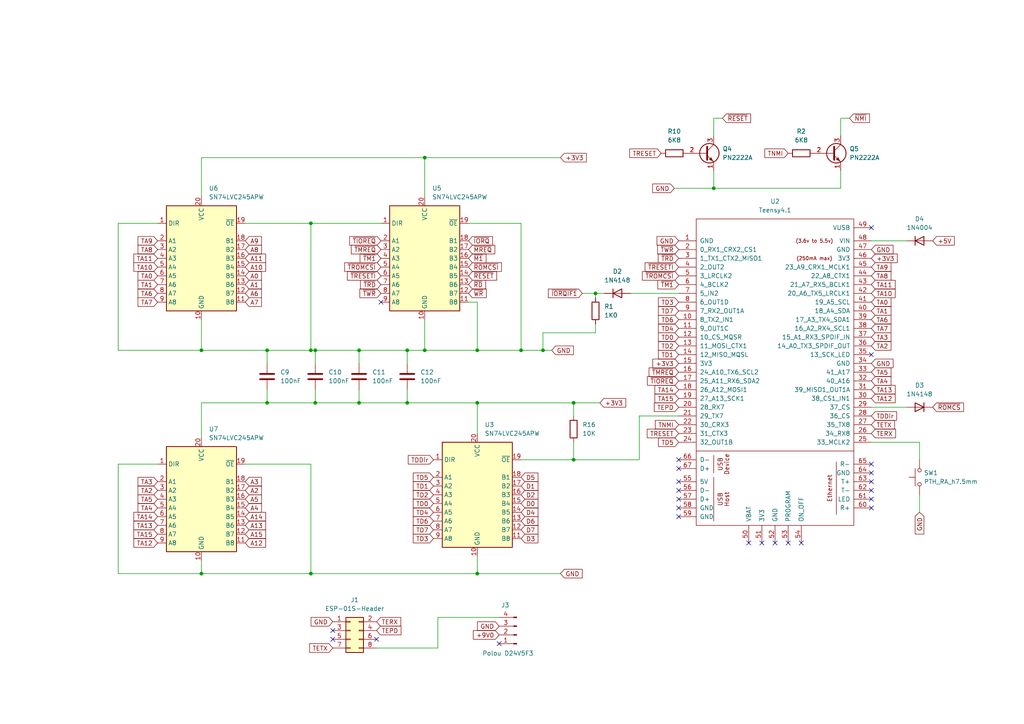
<source format=kicad_sch>
(kicad_sch
	(version 20250114)
	(generator "eeschema")
	(generator_version "9.0")
	(uuid "e3432978-7ca6-4287-ad61-da5438e00567")
	(paper "A4")
	(title_block
		(title "${PRJ_NAME}")
		(date "${PRJ_DATE}")
		(rev "${PRJ_REVISION}")
	)
	(lib_symbols
		(symbol "Connector:Conn_01x04_Pin"
			(pin_names
				(offset 1.016)
				(hide yes)
			)
			(exclude_from_sim no)
			(in_bom yes)
			(on_board yes)
			(property "Reference" "J"
				(at 0 5.08 0)
				(effects
					(font
						(size 1.27 1.27)
					)
				)
			)
			(property "Value" "Conn_01x04_Pin"
				(at 0 -7.62 0)
				(effects
					(font
						(size 1.27 1.27)
					)
				)
			)
			(property "Footprint" ""
				(at 0 0 0)
				(effects
					(font
						(size 1.27 1.27)
					)
					(hide yes)
				)
			)
			(property "Datasheet" "~"
				(at 0 0 0)
				(effects
					(font
						(size 1.27 1.27)
					)
					(hide yes)
				)
			)
			(property "Description" "Generic connector, single row, 01x04, script generated"
				(at 0 0 0)
				(effects
					(font
						(size 1.27 1.27)
					)
					(hide yes)
				)
			)
			(property "ki_locked" ""
				(at 0 0 0)
				(effects
					(font
						(size 1.27 1.27)
					)
				)
			)
			(property "ki_keywords" "connector"
				(at 0 0 0)
				(effects
					(font
						(size 1.27 1.27)
					)
					(hide yes)
				)
			)
			(property "ki_fp_filters" "Connector*:*_1x??_*"
				(at 0 0 0)
				(effects
					(font
						(size 1.27 1.27)
					)
					(hide yes)
				)
			)
			(symbol "Conn_01x04_Pin_1_1"
				(rectangle
					(start 0.8636 2.667)
					(end 0 2.413)
					(stroke
						(width 0.1524)
						(type default)
					)
					(fill
						(type outline)
					)
				)
				(rectangle
					(start 0.8636 0.127)
					(end 0 -0.127)
					(stroke
						(width 0.1524)
						(type default)
					)
					(fill
						(type outline)
					)
				)
				(rectangle
					(start 0.8636 -2.413)
					(end 0 -2.667)
					(stroke
						(width 0.1524)
						(type default)
					)
					(fill
						(type outline)
					)
				)
				(rectangle
					(start 0.8636 -4.953)
					(end 0 -5.207)
					(stroke
						(width 0.1524)
						(type default)
					)
					(fill
						(type outline)
					)
				)
				(polyline
					(pts
						(xy 1.27 2.54) (xy 0.8636 2.54)
					)
					(stroke
						(width 0.1524)
						(type default)
					)
					(fill
						(type none)
					)
				)
				(polyline
					(pts
						(xy 1.27 0) (xy 0.8636 0)
					)
					(stroke
						(width 0.1524)
						(type default)
					)
					(fill
						(type none)
					)
				)
				(polyline
					(pts
						(xy 1.27 -2.54) (xy 0.8636 -2.54)
					)
					(stroke
						(width 0.1524)
						(type default)
					)
					(fill
						(type none)
					)
				)
				(polyline
					(pts
						(xy 1.27 -5.08) (xy 0.8636 -5.08)
					)
					(stroke
						(width 0.1524)
						(type default)
					)
					(fill
						(type none)
					)
				)
				(pin passive line
					(at 5.08 2.54 180)
					(length 3.81)
					(name "Pin_1"
						(effects
							(font
								(size 1.27 1.27)
							)
						)
					)
					(number "1"
						(effects
							(font
								(size 1.27 1.27)
							)
						)
					)
				)
				(pin passive line
					(at 5.08 0 180)
					(length 3.81)
					(name "Pin_2"
						(effects
							(font
								(size 1.27 1.27)
							)
						)
					)
					(number "2"
						(effects
							(font
								(size 1.27 1.27)
							)
						)
					)
				)
				(pin passive line
					(at 5.08 -2.54 180)
					(length 3.81)
					(name "Pin_3"
						(effects
							(font
								(size 1.27 1.27)
							)
						)
					)
					(number "3"
						(effects
							(font
								(size 1.27 1.27)
							)
						)
					)
				)
				(pin passive line
					(at 5.08 -5.08 180)
					(length 3.81)
					(name "Pin_4"
						(effects
							(font
								(size 1.27 1.27)
							)
						)
					)
					(number "4"
						(effects
							(font
								(size 1.27 1.27)
							)
						)
					)
				)
			)
			(embedded_fonts no)
		)
		(symbol "Connector_Generic:Conn_02x04_Odd_Even"
			(pin_names
				(offset 1.016)
				(hide yes)
			)
			(exclude_from_sim no)
			(in_bom yes)
			(on_board yes)
			(property "Reference" "J"
				(at 1.27 5.08 0)
				(effects
					(font
						(size 1.27 1.27)
					)
				)
			)
			(property "Value" "Conn_02x04_Odd_Even"
				(at 1.27 -7.62 0)
				(effects
					(font
						(size 1.27 1.27)
					)
				)
			)
			(property "Footprint" ""
				(at 0 0 0)
				(effects
					(font
						(size 1.27 1.27)
					)
					(hide yes)
				)
			)
			(property "Datasheet" "~"
				(at 0 0 0)
				(effects
					(font
						(size 1.27 1.27)
					)
					(hide yes)
				)
			)
			(property "Description" "Generic connector, double row, 02x04, odd/even pin numbering scheme (row 1 odd numbers, row 2 even numbers), script generated (kicad-library-utils/schlib/autogen/connector/)"
				(at 0 0 0)
				(effects
					(font
						(size 1.27 1.27)
					)
					(hide yes)
				)
			)
			(property "ki_keywords" "connector"
				(at 0 0 0)
				(effects
					(font
						(size 1.27 1.27)
					)
					(hide yes)
				)
			)
			(property "ki_fp_filters" "Connector*:*_2x??_*"
				(at 0 0 0)
				(effects
					(font
						(size 1.27 1.27)
					)
					(hide yes)
				)
			)
			(symbol "Conn_02x04_Odd_Even_1_1"
				(rectangle
					(start -1.27 3.81)
					(end 3.81 -6.35)
					(stroke
						(width 0.254)
						(type default)
					)
					(fill
						(type background)
					)
				)
				(rectangle
					(start -1.27 2.667)
					(end 0 2.413)
					(stroke
						(width 0.1524)
						(type default)
					)
					(fill
						(type none)
					)
				)
				(rectangle
					(start -1.27 0.127)
					(end 0 -0.127)
					(stroke
						(width 0.1524)
						(type default)
					)
					(fill
						(type none)
					)
				)
				(rectangle
					(start -1.27 -2.413)
					(end 0 -2.667)
					(stroke
						(width 0.1524)
						(type default)
					)
					(fill
						(type none)
					)
				)
				(rectangle
					(start -1.27 -4.953)
					(end 0 -5.207)
					(stroke
						(width 0.1524)
						(type default)
					)
					(fill
						(type none)
					)
				)
				(rectangle
					(start 3.81 2.667)
					(end 2.54 2.413)
					(stroke
						(width 0.1524)
						(type default)
					)
					(fill
						(type none)
					)
				)
				(rectangle
					(start 3.81 0.127)
					(end 2.54 -0.127)
					(stroke
						(width 0.1524)
						(type default)
					)
					(fill
						(type none)
					)
				)
				(rectangle
					(start 3.81 -2.413)
					(end 2.54 -2.667)
					(stroke
						(width 0.1524)
						(type default)
					)
					(fill
						(type none)
					)
				)
				(rectangle
					(start 3.81 -4.953)
					(end 2.54 -5.207)
					(stroke
						(width 0.1524)
						(type default)
					)
					(fill
						(type none)
					)
				)
				(pin passive line
					(at -5.08 2.54 0)
					(length 3.81)
					(name "Pin_1"
						(effects
							(font
								(size 1.27 1.27)
							)
						)
					)
					(number "1"
						(effects
							(font
								(size 1.27 1.27)
							)
						)
					)
				)
				(pin passive line
					(at -5.08 0 0)
					(length 3.81)
					(name "Pin_3"
						(effects
							(font
								(size 1.27 1.27)
							)
						)
					)
					(number "3"
						(effects
							(font
								(size 1.27 1.27)
							)
						)
					)
				)
				(pin passive line
					(at -5.08 -2.54 0)
					(length 3.81)
					(name "Pin_5"
						(effects
							(font
								(size 1.27 1.27)
							)
						)
					)
					(number "5"
						(effects
							(font
								(size 1.27 1.27)
							)
						)
					)
				)
				(pin passive line
					(at -5.08 -5.08 0)
					(length 3.81)
					(name "Pin_7"
						(effects
							(font
								(size 1.27 1.27)
							)
						)
					)
					(number "7"
						(effects
							(font
								(size 1.27 1.27)
							)
						)
					)
				)
				(pin passive line
					(at 7.62 2.54 180)
					(length 3.81)
					(name "Pin_2"
						(effects
							(font
								(size 1.27 1.27)
							)
						)
					)
					(number "2"
						(effects
							(font
								(size 1.27 1.27)
							)
						)
					)
				)
				(pin passive line
					(at 7.62 0 180)
					(length 3.81)
					(name "Pin_4"
						(effects
							(font
								(size 1.27 1.27)
							)
						)
					)
					(number "4"
						(effects
							(font
								(size 1.27 1.27)
							)
						)
					)
				)
				(pin passive line
					(at 7.62 -2.54 180)
					(length 3.81)
					(name "Pin_6"
						(effects
							(font
								(size 1.27 1.27)
							)
						)
					)
					(number "6"
						(effects
							(font
								(size 1.27 1.27)
							)
						)
					)
				)
				(pin passive line
					(at 7.62 -5.08 180)
					(length 3.81)
					(name "Pin_8"
						(effects
							(font
								(size 1.27 1.27)
							)
						)
					)
					(number "8"
						(effects
							(font
								(size 1.27 1.27)
							)
						)
					)
				)
			)
			(embedded_fonts no)
		)
		(symbol "Device:C"
			(pin_numbers
				(hide yes)
			)
			(pin_names
				(offset 0.254)
			)
			(exclude_from_sim no)
			(in_bom yes)
			(on_board yes)
			(property "Reference" "C"
				(at 0.635 2.54 0)
				(effects
					(font
						(size 1.27 1.27)
					)
					(justify left)
				)
			)
			(property "Value" "C"
				(at 0.635 -2.54 0)
				(effects
					(font
						(size 1.27 1.27)
					)
					(justify left)
				)
			)
			(property "Footprint" ""
				(at 0.9652 -3.81 0)
				(effects
					(font
						(size 1.27 1.27)
					)
					(hide yes)
				)
			)
			(property "Datasheet" "~"
				(at 0 0 0)
				(effects
					(font
						(size 1.27 1.27)
					)
					(hide yes)
				)
			)
			(property "Description" "Unpolarized capacitor"
				(at 0 0 0)
				(effects
					(font
						(size 1.27 1.27)
					)
					(hide yes)
				)
			)
			(property "ki_keywords" "cap capacitor"
				(at 0 0 0)
				(effects
					(font
						(size 1.27 1.27)
					)
					(hide yes)
				)
			)
			(property "ki_fp_filters" "C_*"
				(at 0 0 0)
				(effects
					(font
						(size 1.27 1.27)
					)
					(hide yes)
				)
			)
			(symbol "C_0_1"
				(polyline
					(pts
						(xy -2.032 0.762) (xy 2.032 0.762)
					)
					(stroke
						(width 0.508)
						(type default)
					)
					(fill
						(type none)
					)
				)
				(polyline
					(pts
						(xy -2.032 -0.762) (xy 2.032 -0.762)
					)
					(stroke
						(width 0.508)
						(type default)
					)
					(fill
						(type none)
					)
				)
			)
			(symbol "C_1_1"
				(pin passive line
					(at 0 3.81 270)
					(length 2.794)
					(name "~"
						(effects
							(font
								(size 1.27 1.27)
							)
						)
					)
					(number "1"
						(effects
							(font
								(size 1.27 1.27)
							)
						)
					)
				)
				(pin passive line
					(at 0 -3.81 90)
					(length 2.794)
					(name "~"
						(effects
							(font
								(size 1.27 1.27)
							)
						)
					)
					(number "2"
						(effects
							(font
								(size 1.27 1.27)
							)
						)
					)
				)
			)
			(embedded_fonts no)
		)
		(symbol "Device:R"
			(pin_numbers
				(hide yes)
			)
			(pin_names
				(offset 0)
			)
			(exclude_from_sim no)
			(in_bom yes)
			(on_board yes)
			(property "Reference" "R"
				(at 2.032 0 90)
				(effects
					(font
						(size 1.27 1.27)
					)
				)
			)
			(property "Value" "R"
				(at 0 0 90)
				(effects
					(font
						(size 1.27 1.27)
					)
				)
			)
			(property "Footprint" ""
				(at -1.778 0 90)
				(effects
					(font
						(size 1.27 1.27)
					)
					(hide yes)
				)
			)
			(property "Datasheet" "~"
				(at 0 0 0)
				(effects
					(font
						(size 1.27 1.27)
					)
					(hide yes)
				)
			)
			(property "Description" "Resistor"
				(at 0 0 0)
				(effects
					(font
						(size 1.27 1.27)
					)
					(hide yes)
				)
			)
			(property "ki_keywords" "R res resistor"
				(at 0 0 0)
				(effects
					(font
						(size 1.27 1.27)
					)
					(hide yes)
				)
			)
			(property "ki_fp_filters" "R_*"
				(at 0 0 0)
				(effects
					(font
						(size 1.27 1.27)
					)
					(hide yes)
				)
			)
			(symbol "R_0_1"
				(rectangle
					(start -1.016 -2.54)
					(end 1.016 2.54)
					(stroke
						(width 0.254)
						(type default)
					)
					(fill
						(type none)
					)
				)
			)
			(symbol "R_1_1"
				(pin passive line
					(at 0 3.81 270)
					(length 1.27)
					(name "~"
						(effects
							(font
								(size 1.27 1.27)
							)
						)
					)
					(number "1"
						(effects
							(font
								(size 1.27 1.27)
							)
						)
					)
				)
				(pin passive line
					(at 0 -3.81 90)
					(length 1.27)
					(name "~"
						(effects
							(font
								(size 1.27 1.27)
							)
						)
					)
					(number "2"
						(effects
							(font
								(size 1.27 1.27)
							)
						)
					)
				)
			)
			(embedded_fonts no)
		)
		(symbol "Diode:1N4004"
			(pin_numbers
				(hide yes)
			)
			(pin_names
				(hide yes)
			)
			(exclude_from_sim no)
			(in_bom yes)
			(on_board yes)
			(property "Reference" "D"
				(at 0 2.54 0)
				(effects
					(font
						(size 1.27 1.27)
					)
				)
			)
			(property "Value" "1N4004"
				(at 0 -2.54 0)
				(effects
					(font
						(size 1.27 1.27)
					)
				)
			)
			(property "Footprint" "Diode_THT:D_DO-41_SOD81_P10.16mm_Horizontal"
				(at 0 -4.445 0)
				(effects
					(font
						(size 1.27 1.27)
					)
					(hide yes)
				)
			)
			(property "Datasheet" "http://www.vishay.com/docs/88503/1n4001.pdf"
				(at 0 0 0)
				(effects
					(font
						(size 1.27 1.27)
					)
					(hide yes)
				)
			)
			(property "Description" "400V 1A General Purpose Rectifier Diode, DO-41"
				(at 0 0 0)
				(effects
					(font
						(size 1.27 1.27)
					)
					(hide yes)
				)
			)
			(property "Sim.Device" "D"
				(at 0 0 0)
				(effects
					(font
						(size 1.27 1.27)
					)
					(hide yes)
				)
			)
			(property "Sim.Pins" "1=K 2=A"
				(at 0 0 0)
				(effects
					(font
						(size 1.27 1.27)
					)
					(hide yes)
				)
			)
			(property "ki_keywords" "diode"
				(at 0 0 0)
				(effects
					(font
						(size 1.27 1.27)
					)
					(hide yes)
				)
			)
			(property "ki_fp_filters" "D*DO?41*"
				(at 0 0 0)
				(effects
					(font
						(size 1.27 1.27)
					)
					(hide yes)
				)
			)
			(symbol "1N4004_0_1"
				(polyline
					(pts
						(xy -1.27 1.27) (xy -1.27 -1.27)
					)
					(stroke
						(width 0.254)
						(type default)
					)
					(fill
						(type none)
					)
				)
				(polyline
					(pts
						(xy 1.27 1.27) (xy 1.27 -1.27) (xy -1.27 0) (xy 1.27 1.27)
					)
					(stroke
						(width 0.254)
						(type default)
					)
					(fill
						(type none)
					)
				)
				(polyline
					(pts
						(xy 1.27 0) (xy -1.27 0)
					)
					(stroke
						(width 0)
						(type default)
					)
					(fill
						(type none)
					)
				)
			)
			(symbol "1N4004_1_1"
				(pin passive line
					(at -3.81 0 0)
					(length 2.54)
					(name "K"
						(effects
							(font
								(size 1.27 1.27)
							)
						)
					)
					(number "1"
						(effects
							(font
								(size 1.27 1.27)
							)
						)
					)
				)
				(pin passive line
					(at 3.81 0 180)
					(length 2.54)
					(name "A"
						(effects
							(font
								(size 1.27 1.27)
							)
						)
					)
					(number "2"
						(effects
							(font
								(size 1.27 1.27)
							)
						)
					)
				)
			)
			(embedded_fonts no)
		)
		(symbol "Diode:1N4148"
			(pin_numbers
				(hide yes)
			)
			(pin_names
				(hide yes)
			)
			(exclude_from_sim no)
			(in_bom yes)
			(on_board yes)
			(property "Reference" "D"
				(at 0 2.54 0)
				(effects
					(font
						(size 1.27 1.27)
					)
				)
			)
			(property "Value" "1N4148"
				(at 0 -2.54 0)
				(effects
					(font
						(size 1.27 1.27)
					)
				)
			)
			(property "Footprint" "Diode_THT:D_DO-35_SOD27_P7.62mm_Horizontal"
				(at 0 0 0)
				(effects
					(font
						(size 1.27 1.27)
					)
					(hide yes)
				)
			)
			(property "Datasheet" "https://assets.nexperia.com/documents/data-sheet/1N4148_1N4448.pdf"
				(at 0 0 0)
				(effects
					(font
						(size 1.27 1.27)
					)
					(hide yes)
				)
			)
			(property "Description" "100V 0.15A standard switching diode, DO-35"
				(at 0 0 0)
				(effects
					(font
						(size 1.27 1.27)
					)
					(hide yes)
				)
			)
			(property "Sim.Device" "D"
				(at 0 0 0)
				(effects
					(font
						(size 1.27 1.27)
					)
					(hide yes)
				)
			)
			(property "Sim.Pins" "1=K 2=A"
				(at 0 0 0)
				(effects
					(font
						(size 1.27 1.27)
					)
					(hide yes)
				)
			)
			(property "ki_keywords" "diode"
				(at 0 0 0)
				(effects
					(font
						(size 1.27 1.27)
					)
					(hide yes)
				)
			)
			(property "ki_fp_filters" "D*DO?35*"
				(at 0 0 0)
				(effects
					(font
						(size 1.27 1.27)
					)
					(hide yes)
				)
			)
			(symbol "1N4148_0_1"
				(polyline
					(pts
						(xy -1.27 1.27) (xy -1.27 -1.27)
					)
					(stroke
						(width 0.254)
						(type default)
					)
					(fill
						(type none)
					)
				)
				(polyline
					(pts
						(xy 1.27 1.27) (xy 1.27 -1.27) (xy -1.27 0) (xy 1.27 1.27)
					)
					(stroke
						(width 0.254)
						(type default)
					)
					(fill
						(type none)
					)
				)
				(polyline
					(pts
						(xy 1.27 0) (xy -1.27 0)
					)
					(stroke
						(width 0)
						(type default)
					)
					(fill
						(type none)
					)
				)
			)
			(symbol "1N4148_1_1"
				(pin passive line
					(at -3.81 0 0)
					(length 2.54)
					(name "K"
						(effects
							(font
								(size 1.27 1.27)
							)
						)
					)
					(number "1"
						(effects
							(font
								(size 1.27 1.27)
							)
						)
					)
				)
				(pin passive line
					(at 3.81 0 180)
					(length 2.54)
					(name "A"
						(effects
							(font
								(size 1.27 1.27)
							)
						)
					)
					(number "2"
						(effects
							(font
								(size 1.27 1.27)
							)
						)
					)
				)
			)
			(embedded_fonts no)
		)
		(symbol "Logic_LevelTranslator:SN74LVC245APW"
			(exclude_from_sim no)
			(in_bom yes)
			(on_board yes)
			(property "Reference" "U"
				(at -10.16 17.78 0)
				(effects
					(font
						(size 1.27 1.27)
					)
				)
			)
			(property "Value" "SN74LVC245APW"
				(at 10.16 17.78 0)
				(effects
					(font
						(size 1.27 1.27)
					)
				)
			)
			(property "Footprint" "Package_SO:TSSOP-20_4.4x6.5mm_P0.65mm"
				(at 22.86 -16.51 0)
				(effects
					(font
						(size 1.27 1.27)
					)
					(hide yes)
				)
			)
			(property "Datasheet" "https://www.ti.com/lit/ds/scas218x/scas218x.pdf"
				(at -1.27 -6.35 0)
				(effects
					(font
						(size 1.27 1.27)
					)
					(hide yes)
				)
			)
			(property "Description" "8-Bit Single-Supply Bus Transceiver With 5V tolerant input voltage and 3-State Outputs 24mA, TSSOP-20"
				(at 0 0 0)
				(effects
					(font
						(size 1.27 1.27)
					)
					(hide yes)
				)
			)
			(property "ki_keywords" "Noninverting Bidirectional"
				(at 0 0 0)
				(effects
					(font
						(size 1.27 1.27)
					)
					(hide yes)
				)
			)
			(property "ki_fp_filters" "TSSOP*4.4x6.5mm*P0.65mm*"
				(at 0 0 0)
				(effects
					(font
						(size 1.27 1.27)
					)
					(hide yes)
				)
			)
			(symbol "SN74LVC245APW_0_1"
				(rectangle
					(start -10.16 15.24)
					(end 10.16 -15.24)
					(stroke
						(width 0.254)
						(type default)
					)
					(fill
						(type background)
					)
				)
			)
			(symbol "SN74LVC245APW_1_1"
				(pin input line
					(at -12.7 10.16 0)
					(length 2.54)
					(name "DIR"
						(effects
							(font
								(size 1.27 1.27)
							)
						)
					)
					(number "1"
						(effects
							(font
								(size 1.27 1.27)
							)
						)
					)
				)
				(pin bidirectional line
					(at -12.7 5.08 0)
					(length 2.54)
					(name "A1"
						(effects
							(font
								(size 1.27 1.27)
							)
						)
					)
					(number "2"
						(effects
							(font
								(size 1.27 1.27)
							)
						)
					)
				)
				(pin bidirectional line
					(at -12.7 2.54 0)
					(length 2.54)
					(name "A2"
						(effects
							(font
								(size 1.27 1.27)
							)
						)
					)
					(number "3"
						(effects
							(font
								(size 1.27 1.27)
							)
						)
					)
				)
				(pin bidirectional line
					(at -12.7 0 0)
					(length 2.54)
					(name "A3"
						(effects
							(font
								(size 1.27 1.27)
							)
						)
					)
					(number "4"
						(effects
							(font
								(size 1.27 1.27)
							)
						)
					)
				)
				(pin bidirectional line
					(at -12.7 -2.54 0)
					(length 2.54)
					(name "A4"
						(effects
							(font
								(size 1.27 1.27)
							)
						)
					)
					(number "5"
						(effects
							(font
								(size 1.27 1.27)
							)
						)
					)
				)
				(pin bidirectional line
					(at -12.7 -5.08 0)
					(length 2.54)
					(name "A5"
						(effects
							(font
								(size 1.27 1.27)
							)
						)
					)
					(number "6"
						(effects
							(font
								(size 1.27 1.27)
							)
						)
					)
				)
				(pin bidirectional line
					(at -12.7 -7.62 0)
					(length 2.54)
					(name "A6"
						(effects
							(font
								(size 1.27 1.27)
							)
						)
					)
					(number "7"
						(effects
							(font
								(size 1.27 1.27)
							)
						)
					)
				)
				(pin bidirectional line
					(at -12.7 -10.16 0)
					(length 2.54)
					(name "A7"
						(effects
							(font
								(size 1.27 1.27)
							)
						)
					)
					(number "8"
						(effects
							(font
								(size 1.27 1.27)
							)
						)
					)
				)
				(pin bidirectional line
					(at -12.7 -12.7 0)
					(length 2.54)
					(name "A8"
						(effects
							(font
								(size 1.27 1.27)
							)
						)
					)
					(number "9"
						(effects
							(font
								(size 1.27 1.27)
							)
						)
					)
				)
				(pin power_in line
					(at 0 17.78 270)
					(length 2.54)
					(name "VCC"
						(effects
							(font
								(size 1.27 1.27)
							)
						)
					)
					(number "20"
						(effects
							(font
								(size 1.27 1.27)
							)
						)
					)
				)
				(pin power_in line
					(at 0 -17.78 90)
					(length 2.54)
					(name "GND"
						(effects
							(font
								(size 1.27 1.27)
							)
						)
					)
					(number "10"
						(effects
							(font
								(size 1.27 1.27)
							)
						)
					)
				)
				(pin input line
					(at 12.7 10.16 180)
					(length 2.54)
					(name "~{OE}"
						(effects
							(font
								(size 1.27 1.27)
							)
						)
					)
					(number "19"
						(effects
							(font
								(size 1.27 1.27)
							)
						)
					)
				)
				(pin bidirectional line
					(at 12.7 5.08 180)
					(length 2.54)
					(name "B1"
						(effects
							(font
								(size 1.27 1.27)
							)
						)
					)
					(number "18"
						(effects
							(font
								(size 1.27 1.27)
							)
						)
					)
				)
				(pin bidirectional line
					(at 12.7 2.54 180)
					(length 2.54)
					(name "B2"
						(effects
							(font
								(size 1.27 1.27)
							)
						)
					)
					(number "17"
						(effects
							(font
								(size 1.27 1.27)
							)
						)
					)
				)
				(pin bidirectional line
					(at 12.7 0 180)
					(length 2.54)
					(name "B3"
						(effects
							(font
								(size 1.27 1.27)
							)
						)
					)
					(number "16"
						(effects
							(font
								(size 1.27 1.27)
							)
						)
					)
				)
				(pin bidirectional line
					(at 12.7 -2.54 180)
					(length 2.54)
					(name "B4"
						(effects
							(font
								(size 1.27 1.27)
							)
						)
					)
					(number "15"
						(effects
							(font
								(size 1.27 1.27)
							)
						)
					)
				)
				(pin bidirectional line
					(at 12.7 -5.08 180)
					(length 2.54)
					(name "B5"
						(effects
							(font
								(size 1.27 1.27)
							)
						)
					)
					(number "14"
						(effects
							(font
								(size 1.27 1.27)
							)
						)
					)
				)
				(pin bidirectional line
					(at 12.7 -7.62 180)
					(length 2.54)
					(name "B6"
						(effects
							(font
								(size 1.27 1.27)
							)
						)
					)
					(number "13"
						(effects
							(font
								(size 1.27 1.27)
							)
						)
					)
				)
				(pin bidirectional line
					(at 12.7 -10.16 180)
					(length 2.54)
					(name "B7"
						(effects
							(font
								(size 1.27 1.27)
							)
						)
					)
					(number "12"
						(effects
							(font
								(size 1.27 1.27)
							)
						)
					)
				)
				(pin bidirectional line
					(at 12.7 -12.7 180)
					(length 2.54)
					(name "B8"
						(effects
							(font
								(size 1.27 1.27)
							)
						)
					)
					(number "11"
						(effects
							(font
								(size 1.27 1.27)
							)
						)
					)
				)
			)
			(embedded_fonts no)
		)
		(symbol "SparkFun-Switch:SPST_Push_PTH_RA_h7.5mm"
			(pin_numbers
				(hide yes)
			)
			(pin_names
				(offset 0)
				(hide yes)
			)
			(exclude_from_sim no)
			(in_bom yes)
			(on_board yes)
			(property "Reference" "SW"
				(at 0 5.08 0)
				(effects
					(font
						(size 1.27 1.27)
					)
				)
			)
			(property "Value" "PTH_RA_h7.5mm"
				(at 0 -2.54 0)
				(effects
					(font
						(size 1.27 1.27)
					)
				)
			)
			(property "Footprint" "SparkFun-Switch:Push_PTH_RA_8-020_h7.5mm"
				(at 0 -5.08 0)
				(effects
					(font
						(size 1.27 1.27)
					)
					(hide yes)
				)
			)
			(property "Datasheet" "~"
				(at 0 -10.16 0)
				(effects
					(font
						(size 1.27 1.27)
					)
					(hide yes)
				)
			)
			(property "Description" "Single Pole Single Throw (SPST) switch"
				(at 0 -15.24 0)
				(effects
					(font
						(size 1.27 1.27)
					)
					(hide yes)
				)
			)
			(property "PROD_ID" "SWCH-13896"
				(at 0 -7.62 0)
				(effects
					(font
						(size 1.27 1.27)
					)
					(hide yes)
				)
			)
			(property "Mfg Part#" "8-020 TS H = 7.5mm"
				(at 0 -12.7 0)
				(effects
					(font
						(size 1.27 1.27)
					)
					(hide yes)
				)
			)
			(property "ki_keywords" "SparkFun Momentary push switch lever button"
				(at 0 0 0)
				(effects
					(font
						(size 1.27 1.27)
					)
					(hide yes)
				)
			)
			(symbol "SPST_Push_PTH_RA_h7.5mm_0_1"
				(circle
					(center -2.032 0)
					(radius 0.508)
					(stroke
						(width 0)
						(type default)
					)
					(fill
						(type none)
					)
				)
				(polyline
					(pts
						(xy 0 1.27) (xy 0 3.048)
					)
					(stroke
						(width 0)
						(type default)
					)
					(fill
						(type none)
					)
				)
				(circle
					(center 2.032 0)
					(radius 0.508)
					(stroke
						(width 0)
						(type default)
					)
					(fill
						(type none)
					)
				)
				(polyline
					(pts
						(xy 2.54 1.27) (xy -2.54 1.27)
					)
					(stroke
						(width 0)
						(type default)
					)
					(fill
						(type none)
					)
				)
			)
			(symbol "SPST_Push_PTH_RA_h7.5mm_1_1"
				(pin passive line
					(at -5.08 2.54 0)
					(length 2.54)
					(hide yes)
					(name "M1"
						(effects
							(font
								(size 1.27 1.27)
							)
						)
					)
					(number "M1"
						(effects
							(font
								(size 1.27 1.27)
							)
						)
					)
				)
				(pin passive line
					(at -5.08 0 0)
					(length 2.54)
					(name "1"
						(effects
							(font
								(size 1.27 1.27)
							)
						)
					)
					(number "1"
						(effects
							(font
								(size 1.27 1.27)
							)
						)
					)
				)
				(pin passive line
					(at 5.08 2.54 180)
					(length 2.54)
					(hide yes)
					(name "M2"
						(effects
							(font
								(size 1.27 1.27)
							)
						)
					)
					(number "M2"
						(effects
							(font
								(size 1.27 1.27)
							)
						)
					)
				)
				(pin passive line
					(at 5.08 0 180)
					(length 2.54)
					(name "2"
						(effects
							(font
								(size 1.27 1.27)
							)
						)
					)
					(number "2"
						(effects
							(font
								(size 1.27 1.27)
							)
						)
					)
				)
			)
			(embedded_fonts no)
		)
		(symbol "Transistor_BJT:PN2222A"
			(pin_names
				(offset 0)
				(hide yes)
			)
			(exclude_from_sim no)
			(in_bom yes)
			(on_board yes)
			(property "Reference" "Q"
				(at 5.08 1.905 0)
				(effects
					(font
						(size 1.27 1.27)
					)
					(justify left)
				)
			)
			(property "Value" "PN2222A"
				(at 5.08 0 0)
				(effects
					(font
						(size 1.27 1.27)
					)
					(justify left)
				)
			)
			(property "Footprint" "Package_TO_SOT_THT:TO-92_Inline"
				(at 5.08 -1.905 0)
				(effects
					(font
						(size 1.27 1.27)
						(italic yes)
					)
					(justify left)
					(hide yes)
				)
			)
			(property "Datasheet" "https://www.onsemi.com/pub/Collateral/PN2222-D.PDF"
				(at 0 0 0)
				(effects
					(font
						(size 1.27 1.27)
					)
					(justify left)
					(hide yes)
				)
			)
			(property "Description" "1A Ic, 40V Vce, NPN Transistor, General Purpose Transistor, TO-92"
				(at 0 0 0)
				(effects
					(font
						(size 1.27 1.27)
					)
					(hide yes)
				)
			)
			(property "ki_keywords" "NPN Transistor"
				(at 0 0 0)
				(effects
					(font
						(size 1.27 1.27)
					)
					(hide yes)
				)
			)
			(property "ki_fp_filters" "TO?92*"
				(at 0 0 0)
				(effects
					(font
						(size 1.27 1.27)
					)
					(hide yes)
				)
			)
			(symbol "PN2222A_0_1"
				(polyline
					(pts
						(xy -2.54 0) (xy 0.635 0)
					)
					(stroke
						(width 0)
						(type default)
					)
					(fill
						(type none)
					)
				)
				(polyline
					(pts
						(xy 0.635 1.905) (xy 0.635 -1.905)
					)
					(stroke
						(width 0.508)
						(type default)
					)
					(fill
						(type none)
					)
				)
				(circle
					(center 1.27 0)
					(radius 2.8194)
					(stroke
						(width 0.254)
						(type default)
					)
					(fill
						(type none)
					)
				)
			)
			(symbol "PN2222A_1_1"
				(polyline
					(pts
						(xy 0.635 0.635) (xy 2.54 2.54)
					)
					(stroke
						(width 0)
						(type default)
					)
					(fill
						(type none)
					)
				)
				(polyline
					(pts
						(xy 0.635 -0.635) (xy 2.54 -2.54)
					)
					(stroke
						(width 0)
						(type default)
					)
					(fill
						(type none)
					)
				)
				(polyline
					(pts
						(xy 1.27 -1.778) (xy 1.778 -1.27) (xy 2.286 -2.286) (xy 1.27 -1.778)
					)
					(stroke
						(width 0)
						(type default)
					)
					(fill
						(type outline)
					)
				)
				(pin input line
					(at -5.08 0 0)
					(length 2.54)
					(name "B"
						(effects
							(font
								(size 1.27 1.27)
							)
						)
					)
					(number "2"
						(effects
							(font
								(size 1.27 1.27)
							)
						)
					)
				)
				(pin passive line
					(at 2.54 5.08 270)
					(length 2.54)
					(name "C"
						(effects
							(font
								(size 1.27 1.27)
							)
						)
					)
					(number "3"
						(effects
							(font
								(size 1.27 1.27)
							)
						)
					)
				)
				(pin passive line
					(at 2.54 -5.08 90)
					(length 2.54)
					(name "E"
						(effects
							(font
								(size 1.27 1.27)
							)
						)
					)
					(number "1"
						(effects
							(font
								(size 1.27 1.27)
							)
						)
					)
				)
			)
			(embedded_fonts no)
		)
		(symbol "teensy:Teensy4.1"
			(pin_names
				(offset 1.016)
			)
			(exclude_from_sim no)
			(in_bom yes)
			(on_board yes)
			(property "Reference" "U"
				(at 0 64.77 0)
				(effects
					(font
						(size 1.27 1.27)
					)
				)
			)
			(property "Value" "Teensy4.1"
				(at 0 62.23 0)
				(effects
					(font
						(size 1.27 1.27)
					)
				)
			)
			(property "Footprint" ""
				(at -10.16 10.16 0)
				(effects
					(font
						(size 1.27 1.27)
					)
					(hide yes)
				)
			)
			(property "Datasheet" ""
				(at -10.16 10.16 0)
				(effects
					(font
						(size 1.27 1.27)
					)
					(hide yes)
				)
			)
			(property "Description" ""
				(at 0 0 0)
				(effects
					(font
						(size 1.27 1.27)
					)
					(hide yes)
				)
			)
			(symbol "Teensy4.1_0_0"
				(polyline
					(pts
						(xy -22.86 -6.35) (xy 22.86 -6.35)
					)
					(stroke
						(width 0)
						(type solid)
					)
					(fill
						(type none)
					)
				)
				(polyline
					(pts
						(xy -17.78 -7.62) (xy -17.78 -12.7)
					)
					(stroke
						(width 0)
						(type solid)
					)
					(fill
						(type none)
					)
				)
				(polyline
					(pts
						(xy -17.78 -26.67) (xy -17.78 -13.97)
					)
					(stroke
						(width 0)
						(type solid)
					)
					(fill
						(type none)
					)
				)
				(polyline
					(pts
						(xy 17.78 -9.525) (xy 17.78 -24.765)
					)
					(stroke
						(width 0)
						(type solid)
					)
					(fill
						(type none)
					)
				)
				(text "USB"
					(at -15.875 -10.16 900)
					(effects
						(font
							(size 1.27 1.27)
						)
					)
				)
				(text "USB"
					(at -15.875 -20.32 900)
					(effects
						(font
							(size 1.27 1.27)
						)
					)
				)
				(text "Device"
					(at -13.97 -10.16 900)
					(effects
						(font
							(size 1.27 1.27)
						)
					)
				)
				(text "Host"
					(at -13.97 -20.32 900)
					(effects
						(font
							(size 1.27 1.27)
						)
					)
				)
				(text "(3.6v to 5.5v)"
					(at 11.43 54.61 0)
					(effects
						(font
							(size 1.016 1.016)
						)
					)
				)
				(text "(250mA max)"
					(at 11.43 49.53 0)
					(effects
						(font
							(size 1.016 1.016)
						)
					)
				)
				(text "Ethernet"
					(at 15.875 -17.145 900)
					(effects
						(font
							(size 1.27 1.27)
						)
					)
				)
				(pin bidirectional line
					(at -27.94 44.45 0)
					(length 5.08)
					(name "3_LRCLK2"
						(effects
							(font
								(size 1.27 1.27)
							)
						)
					)
					(number "5"
						(effects
							(font
								(size 1.27 1.27)
							)
						)
					)
				)
				(pin bidirectional line
					(at -27.94 41.91 0)
					(length 5.08)
					(name "4_BCLK2"
						(effects
							(font
								(size 1.27 1.27)
							)
						)
					)
					(number "6"
						(effects
							(font
								(size 1.27 1.27)
							)
						)
					)
				)
				(pin bidirectional line
					(at -27.94 39.37 0)
					(length 5.08)
					(name "5_IN2"
						(effects
							(font
								(size 1.27 1.27)
							)
						)
					)
					(number "7"
						(effects
							(font
								(size 1.27 1.27)
							)
						)
					)
				)
				(pin bidirectional line
					(at -27.94 36.83 0)
					(length 5.08)
					(name "6_OUT1D"
						(effects
							(font
								(size 1.27 1.27)
							)
						)
					)
					(number "8"
						(effects
							(font
								(size 1.27 1.27)
							)
						)
					)
				)
				(pin bidirectional line
					(at -27.94 34.29 0)
					(length 5.08)
					(name "7_RX2_OUT1A"
						(effects
							(font
								(size 1.27 1.27)
							)
						)
					)
					(number "9"
						(effects
							(font
								(size 1.27 1.27)
							)
						)
					)
				)
				(pin bidirectional line
					(at -27.94 31.75 0)
					(length 5.08)
					(name "8_TX2_IN1"
						(effects
							(font
								(size 1.27 1.27)
							)
						)
					)
					(number "10"
						(effects
							(font
								(size 1.27 1.27)
							)
						)
					)
				)
				(pin bidirectional line
					(at -27.94 29.21 0)
					(length 5.08)
					(name "9_OUT1C"
						(effects
							(font
								(size 1.27 1.27)
							)
						)
					)
					(number "11"
						(effects
							(font
								(size 1.27 1.27)
							)
						)
					)
				)
				(pin bidirectional line
					(at -27.94 26.67 0)
					(length 5.08)
					(name "10_CS_MQSR"
						(effects
							(font
								(size 1.27 1.27)
							)
						)
					)
					(number "12"
						(effects
							(font
								(size 1.27 1.27)
							)
						)
					)
				)
				(pin bidirectional line
					(at -27.94 24.13 0)
					(length 5.08)
					(name "11_MOSI_CTX1"
						(effects
							(font
								(size 1.27 1.27)
							)
						)
					)
					(number "13"
						(effects
							(font
								(size 1.27 1.27)
							)
						)
					)
				)
				(pin bidirectional line
					(at -27.94 21.59 0)
					(length 5.08)
					(name "12_MISO_MQSL"
						(effects
							(font
								(size 1.27 1.27)
							)
						)
					)
					(number "14"
						(effects
							(font
								(size 1.27 1.27)
							)
						)
					)
				)
				(pin power_in line
					(at -27.94 19.05 0)
					(length 5.08)
					(name "3V3"
						(effects
							(font
								(size 1.27 1.27)
							)
						)
					)
					(number "15"
						(effects
							(font
								(size 1.27 1.27)
							)
						)
					)
				)
				(pin bidirectional line
					(at -27.94 16.51 0)
					(length 5.08)
					(name "24_A10_TX6_SCL2"
						(effects
							(font
								(size 1.27 1.27)
							)
						)
					)
					(number "16"
						(effects
							(font
								(size 1.27 1.27)
							)
						)
					)
				)
				(pin bidirectional line
					(at -27.94 13.97 0)
					(length 5.08)
					(name "25_A11_RX6_SDA2"
						(effects
							(font
								(size 1.27 1.27)
							)
						)
					)
					(number "17"
						(effects
							(font
								(size 1.27 1.27)
							)
						)
					)
				)
				(pin bidirectional line
					(at -27.94 11.43 0)
					(length 5.08)
					(name "26_A12_MOSI1"
						(effects
							(font
								(size 1.27 1.27)
							)
						)
					)
					(number "18"
						(effects
							(font
								(size 1.27 1.27)
							)
						)
					)
				)
				(pin bidirectional line
					(at -27.94 8.89 0)
					(length 5.08)
					(name "27_A13_SCK1"
						(effects
							(font
								(size 1.27 1.27)
							)
						)
					)
					(number "19"
						(effects
							(font
								(size 1.27 1.27)
							)
						)
					)
				)
				(pin bidirectional line
					(at -27.94 6.35 0)
					(length 5.08)
					(name "28_RX7"
						(effects
							(font
								(size 1.27 1.27)
							)
						)
					)
					(number "20"
						(effects
							(font
								(size 1.27 1.27)
							)
						)
					)
				)
				(pin bidirectional line
					(at -27.94 3.81 0)
					(length 5.08)
					(name "29_TX7"
						(effects
							(font
								(size 1.27 1.27)
							)
						)
					)
					(number "21"
						(effects
							(font
								(size 1.27 1.27)
							)
						)
					)
				)
				(pin bidirectional line
					(at -27.94 1.27 0)
					(length 5.08)
					(name "30_CRX3"
						(effects
							(font
								(size 1.27 1.27)
							)
						)
					)
					(number "22"
						(effects
							(font
								(size 1.27 1.27)
							)
						)
					)
				)
				(pin bidirectional line
					(at -27.94 -1.27 0)
					(length 5.08)
					(name "31_CTX3"
						(effects
							(font
								(size 1.27 1.27)
							)
						)
					)
					(number "23"
						(effects
							(font
								(size 1.27 1.27)
							)
						)
					)
				)
				(pin bidirectional line
					(at -27.94 -3.81 0)
					(length 5.08)
					(name "32_OUT1B"
						(effects
							(font
								(size 1.27 1.27)
							)
						)
					)
					(number "24"
						(effects
							(font
								(size 1.27 1.27)
							)
						)
					)
				)
				(pin bidirectional line
					(at -27.94 -8.89 0)
					(length 5.08)
					(name "D-"
						(effects
							(font
								(size 1.27 1.27)
							)
						)
					)
					(number "66"
						(effects
							(font
								(size 1.27 1.27)
							)
						)
					)
				)
				(pin bidirectional line
					(at -27.94 -11.43 0)
					(length 5.08)
					(name "D+"
						(effects
							(font
								(size 1.27 1.27)
							)
						)
					)
					(number "67"
						(effects
							(font
								(size 1.27 1.27)
							)
						)
					)
				)
				(pin power_out line
					(at -27.94 -15.24 0)
					(length 5.08)
					(name "5V"
						(effects
							(font
								(size 1.27 1.27)
							)
						)
					)
					(number "55"
						(effects
							(font
								(size 1.27 1.27)
							)
						)
					)
				)
				(pin bidirectional line
					(at -27.94 -17.78 0)
					(length 5.08)
					(name "D-"
						(effects
							(font
								(size 1.27 1.27)
							)
						)
					)
					(number "56"
						(effects
							(font
								(size 1.27 1.27)
							)
						)
					)
				)
				(pin bidirectional line
					(at -27.94 -20.32 0)
					(length 5.08)
					(name "D+"
						(effects
							(font
								(size 1.27 1.27)
							)
						)
					)
					(number "57"
						(effects
							(font
								(size 1.27 1.27)
							)
						)
					)
				)
				(pin power_in line
					(at -27.94 -22.86 0)
					(length 5.08)
					(name "GND"
						(effects
							(font
								(size 1.27 1.27)
							)
						)
					)
					(number "58"
						(effects
							(font
								(size 1.27 1.27)
							)
						)
					)
				)
				(pin power_in line
					(at -27.94 -25.4 0)
					(length 5.08)
					(name "GND"
						(effects
							(font
								(size 1.27 1.27)
							)
						)
					)
					(number "59"
						(effects
							(font
								(size 1.27 1.27)
							)
						)
					)
				)
				(pin power_in line
					(at -7.62 -33.02 90)
					(length 5.08)
					(name "VBAT"
						(effects
							(font
								(size 1.27 1.27)
							)
						)
					)
					(number "50"
						(effects
							(font
								(size 1.27 1.27)
							)
						)
					)
				)
				(pin power_in line
					(at -3.81 -33.02 90)
					(length 5.08)
					(name "3V3"
						(effects
							(font
								(size 1.27 1.27)
							)
						)
					)
					(number "51"
						(effects
							(font
								(size 1.27 1.27)
							)
						)
					)
				)
				(pin input line
					(at 0 -33.02 90)
					(length 5.08)
					(name "GND"
						(effects
							(font
								(size 1.27 1.27)
							)
						)
					)
					(number "52"
						(effects
							(font
								(size 1.27 1.27)
							)
						)
					)
				)
				(pin input line
					(at 3.81 -33.02 90)
					(length 5.08)
					(name "PROGRAM"
						(effects
							(font
								(size 1.27 1.27)
							)
						)
					)
					(number "53"
						(effects
							(font
								(size 1.27 1.27)
							)
						)
					)
				)
				(pin input line
					(at 7.62 -33.02 90)
					(length 5.08)
					(name "ON_OFF"
						(effects
							(font
								(size 1.27 1.27)
							)
						)
					)
					(number "54"
						(effects
							(font
								(size 1.27 1.27)
							)
						)
					)
				)
				(pin power_out line
					(at 27.94 58.42 180)
					(length 5.08)
					(name "VUSB"
						(effects
							(font
								(size 1.27 1.27)
							)
						)
					)
					(number "49"
						(effects
							(font
								(size 1.27 1.27)
							)
						)
					)
				)
				(pin power_in line
					(at 27.94 54.61 180)
					(length 5.08)
					(name "VIN"
						(effects
							(font
								(size 1.27 1.27)
							)
						)
					)
					(number "48"
						(effects
							(font
								(size 1.27 1.27)
							)
						)
					)
				)
				(pin output line
					(at 27.94 52.07 180)
					(length 5.08)
					(name "GND"
						(effects
							(font
								(size 1.27 1.27)
							)
						)
					)
					(number "47"
						(effects
							(font
								(size 1.27 1.27)
							)
						)
					)
				)
				(pin output line
					(at 27.94 49.53 180)
					(length 5.08)
					(name "3V3"
						(effects
							(font
								(size 1.27 1.27)
							)
						)
					)
					(number "46"
						(effects
							(font
								(size 1.27 1.27)
							)
						)
					)
				)
				(pin bidirectional line
					(at 27.94 46.99 180)
					(length 5.08)
					(name "23_A9_CRX1_MCLK1"
						(effects
							(font
								(size 1.27 1.27)
							)
						)
					)
					(number "45"
						(effects
							(font
								(size 1.27 1.27)
							)
						)
					)
				)
				(pin bidirectional line
					(at 27.94 44.45 180)
					(length 5.08)
					(name "22_A8_CTX1"
						(effects
							(font
								(size 1.27 1.27)
							)
						)
					)
					(number "44"
						(effects
							(font
								(size 1.27 1.27)
							)
						)
					)
				)
				(pin bidirectional line
					(at 27.94 41.91 180)
					(length 5.08)
					(name "21_A7_RX5_BCLK1"
						(effects
							(font
								(size 1.27 1.27)
							)
						)
					)
					(number "43"
						(effects
							(font
								(size 1.27 1.27)
							)
						)
					)
				)
				(pin bidirectional line
					(at 27.94 39.37 180)
					(length 5.08)
					(name "20_A6_TX5_LRCLK1"
						(effects
							(font
								(size 1.27 1.27)
							)
						)
					)
					(number "42"
						(effects
							(font
								(size 1.27 1.27)
							)
						)
					)
				)
				(pin bidirectional line
					(at 27.94 36.83 180)
					(length 5.08)
					(name "19_A5_SCL"
						(effects
							(font
								(size 1.27 1.27)
							)
						)
					)
					(number "41"
						(effects
							(font
								(size 1.27 1.27)
							)
						)
					)
				)
				(pin bidirectional line
					(at 27.94 34.29 180)
					(length 5.08)
					(name "18_A4_SDA"
						(effects
							(font
								(size 1.27 1.27)
							)
						)
					)
					(number "40"
						(effects
							(font
								(size 1.27 1.27)
							)
						)
					)
				)
				(pin bidirectional line
					(at 27.94 31.75 180)
					(length 5.08)
					(name "17_A3_TX4_SDA1"
						(effects
							(font
								(size 1.27 1.27)
							)
						)
					)
					(number "39"
						(effects
							(font
								(size 1.27 1.27)
							)
						)
					)
				)
				(pin bidirectional line
					(at 27.94 29.21 180)
					(length 5.08)
					(name "16_A2_RX4_SCL1"
						(effects
							(font
								(size 1.27 1.27)
							)
						)
					)
					(number "38"
						(effects
							(font
								(size 1.27 1.27)
							)
						)
					)
				)
				(pin bidirectional line
					(at 27.94 26.67 180)
					(length 5.08)
					(name "15_A1_RX3_SPDIF_IN"
						(effects
							(font
								(size 1.27 1.27)
							)
						)
					)
					(number "37"
						(effects
							(font
								(size 1.27 1.27)
							)
						)
					)
				)
				(pin bidirectional line
					(at 27.94 24.13 180)
					(length 5.08)
					(name "14_A0_TX3_SPDIF_OUT"
						(effects
							(font
								(size 1.27 1.27)
							)
						)
					)
					(number "36"
						(effects
							(font
								(size 1.27 1.27)
							)
						)
					)
				)
				(pin bidirectional line
					(at 27.94 21.59 180)
					(length 5.08)
					(name "13_SCK_LED"
						(effects
							(font
								(size 1.27 1.27)
							)
						)
					)
					(number "35"
						(effects
							(font
								(size 1.27 1.27)
							)
						)
					)
				)
				(pin bidirectional line
					(at 27.94 16.51 180)
					(length 5.08)
					(name "41_A17"
						(effects
							(font
								(size 1.27 1.27)
							)
						)
					)
					(number "33"
						(effects
							(font
								(size 1.27 1.27)
							)
						)
					)
				)
				(pin bidirectional line
					(at 27.94 13.97 180)
					(length 5.08)
					(name "40_A16"
						(effects
							(font
								(size 1.27 1.27)
							)
						)
					)
					(number "32"
						(effects
							(font
								(size 1.27 1.27)
							)
						)
					)
				)
				(pin bidirectional line
					(at 27.94 11.43 180)
					(length 5.08)
					(name "39_MISO1_OUT1A"
						(effects
							(font
								(size 1.27 1.27)
							)
						)
					)
					(number "31"
						(effects
							(font
								(size 1.27 1.27)
							)
						)
					)
				)
				(pin bidirectional line
					(at 27.94 8.89 180)
					(length 5.08)
					(name "38_CS1_IN1"
						(effects
							(font
								(size 1.27 1.27)
							)
						)
					)
					(number "30"
						(effects
							(font
								(size 1.27 1.27)
							)
						)
					)
				)
				(pin bidirectional line
					(at 27.94 6.35 180)
					(length 5.08)
					(name "37_CS"
						(effects
							(font
								(size 1.27 1.27)
							)
						)
					)
					(number "29"
						(effects
							(font
								(size 1.27 1.27)
							)
						)
					)
				)
				(pin bidirectional line
					(at 27.94 3.81 180)
					(length 5.08)
					(name "36_CS"
						(effects
							(font
								(size 1.27 1.27)
							)
						)
					)
					(number "28"
						(effects
							(font
								(size 1.27 1.27)
							)
						)
					)
				)
				(pin bidirectional line
					(at 27.94 1.27 180)
					(length 5.08)
					(name "35_TX8"
						(effects
							(font
								(size 1.27 1.27)
							)
						)
					)
					(number "27"
						(effects
							(font
								(size 1.27 1.27)
							)
						)
					)
				)
				(pin bidirectional line
					(at 27.94 -1.27 180)
					(length 5.08)
					(name "34_RX8"
						(effects
							(font
								(size 1.27 1.27)
							)
						)
					)
					(number "26"
						(effects
							(font
								(size 1.27 1.27)
							)
						)
					)
				)
				(pin bidirectional line
					(at 27.94 -3.81 180)
					(length 5.08)
					(name "33_MCLK2"
						(effects
							(font
								(size 1.27 1.27)
							)
						)
					)
					(number "25"
						(effects
							(font
								(size 1.27 1.27)
							)
						)
					)
				)
				(pin bidirectional line
					(at 27.94 -10.16 180)
					(length 5.08)
					(name "R-"
						(effects
							(font
								(size 1.27 1.27)
							)
						)
					)
					(number "65"
						(effects
							(font
								(size 1.27 1.27)
							)
						)
					)
				)
				(pin power_in line
					(at 27.94 -12.7 180)
					(length 5.08)
					(name "GND"
						(effects
							(font
								(size 1.27 1.27)
							)
						)
					)
					(number "64"
						(effects
							(font
								(size 1.27 1.27)
							)
						)
					)
				)
				(pin bidirectional line
					(at 27.94 -15.24 180)
					(length 5.08)
					(name "T+"
						(effects
							(font
								(size 1.27 1.27)
							)
						)
					)
					(number "63"
						(effects
							(font
								(size 1.27 1.27)
							)
						)
					)
				)
				(pin bidirectional line
					(at 27.94 -17.78 180)
					(length 5.08)
					(name "T-"
						(effects
							(font
								(size 1.27 1.27)
							)
						)
					)
					(number "62"
						(effects
							(font
								(size 1.27 1.27)
							)
						)
					)
				)
				(pin bidirectional line
					(at 27.94 -20.32 180)
					(length 5.08)
					(name "LED"
						(effects
							(font
								(size 1.27 1.27)
							)
						)
					)
					(number "61"
						(effects
							(font
								(size 1.27 1.27)
							)
						)
					)
				)
				(pin bidirectional line
					(at 27.94 -22.86 180)
					(length 5.08)
					(name "R+"
						(effects
							(font
								(size 1.27 1.27)
							)
						)
					)
					(number "60"
						(effects
							(font
								(size 1.27 1.27)
							)
						)
					)
				)
			)
			(symbol "Teensy4.1_0_1"
				(rectangle
					(start -22.86 60.96)
					(end 22.86 -27.94)
					(stroke
						(width 0)
						(type solid)
					)
					(fill
						(type none)
					)
				)
				(rectangle
					(start -20.32 -1.27)
					(end -20.32 -1.27)
					(stroke
						(width 0)
						(type solid)
					)
					(fill
						(type none)
					)
				)
			)
			(symbol "Teensy4.1_1_1"
				(pin power_in line
					(at -27.94 54.61 0)
					(length 5.08)
					(name "GND"
						(effects
							(font
								(size 1.27 1.27)
							)
						)
					)
					(number "1"
						(effects
							(font
								(size 1.27 1.27)
							)
						)
					)
				)
				(pin bidirectional line
					(at -27.94 52.07 0)
					(length 5.08)
					(name "0_RX1_CRX2_CS1"
						(effects
							(font
								(size 1.27 1.27)
							)
						)
					)
					(number "2"
						(effects
							(font
								(size 1.27 1.27)
							)
						)
					)
				)
				(pin bidirectional line
					(at -27.94 49.53 0)
					(length 5.08)
					(name "1_TX1_CTX2_MISO1"
						(effects
							(font
								(size 1.27 1.27)
							)
						)
					)
					(number "3"
						(effects
							(font
								(size 1.27 1.27)
							)
						)
					)
				)
				(pin bidirectional line
					(at -27.94 46.99 0)
					(length 5.08)
					(name "2_OUT2"
						(effects
							(font
								(size 1.27 1.27)
							)
						)
					)
					(number "4"
						(effects
							(font
								(size 1.27 1.27)
							)
						)
					)
				)
				(pin power_in line
					(at 27.94 19.05 180)
					(length 5.08)
					(name "GND"
						(effects
							(font
								(size 1.27 1.27)
							)
						)
					)
					(number "34"
						(effects
							(font
								(size 1.27 1.27)
							)
						)
					)
				)
			)
			(embedded_fonts no)
		)
	)
	(junction
		(at 90.17 166.37)
		(diameter 0)
		(color 0 0 0 0)
		(uuid "2b41cb0a-16fa-4515-93b8-84a5a4a9535f")
	)
	(junction
		(at 104.14 116.84)
		(diameter 0)
		(color 0 0 0 0)
		(uuid "2e91c2bf-f44b-43fb-8acc-c1101d082e37")
	)
	(junction
		(at 58.42 166.37)
		(diameter 0)
		(color 0 0 0 0)
		(uuid "2f9f8a24-a797-4d4d-a2ae-22e5bba8a34d")
	)
	(junction
		(at 104.14 101.6)
		(diameter 0)
		(color 0 0 0 0)
		(uuid "300d9bb8-4bcd-4da9-b0d6-13fd877b2320")
	)
	(junction
		(at 138.43 116.84)
		(diameter 0)
		(color 0 0 0 0)
		(uuid "3b8a18a8-81ac-4b48-be1e-36cce82c33e7")
	)
	(junction
		(at 151.13 101.6)
		(diameter 0)
		(color 0 0 0 0)
		(uuid "3bf57aa8-5332-4cef-9dca-830d2a49cefe")
	)
	(junction
		(at 91.44 116.84)
		(diameter 0)
		(color 0 0 0 0)
		(uuid "3eb6a959-3f9d-4066-be18-20b2872899fc")
	)
	(junction
		(at 157.48 101.6)
		(diameter 0)
		(color 0 0 0 0)
		(uuid "3ecda365-e5a6-46b2-82db-01ed48407770")
	)
	(junction
		(at 77.47 101.6)
		(diameter 0)
		(color 0 0 0 0)
		(uuid "43d0d53e-6d86-4c83-9e60-aa4a06aa9544")
	)
	(junction
		(at 90.17 64.77)
		(diameter 0)
		(color 0 0 0 0)
		(uuid "5142ef35-d002-48fb-86b5-3071ba5044e5")
	)
	(junction
		(at 166.37 116.84)
		(diameter 0)
		(color 0 0 0 0)
		(uuid "5425d730-8f7e-49e4-ba86-b9ec3e60aa64")
	)
	(junction
		(at 118.11 116.84)
		(diameter 0)
		(color 0 0 0 0)
		(uuid "64b4a776-ecf5-43f2-a9ee-9c4772c48e23")
	)
	(junction
		(at 138.43 166.37)
		(diameter 0)
		(color 0 0 0 0)
		(uuid "6acf6115-529b-4769-8cf6-c8d004d5bd40")
	)
	(junction
		(at 138.43 101.6)
		(diameter 0)
		(color 0 0 0 0)
		(uuid "6d47a369-7680-4eec-a294-f9e5588b66f3")
	)
	(junction
		(at 77.47 116.84)
		(diameter 0)
		(color 0 0 0 0)
		(uuid "8dce941d-0a59-4e6d-8b47-57e2d0654214")
	)
	(junction
		(at 58.42 101.6)
		(diameter 0)
		(color 0 0 0 0)
		(uuid "b23e37c6-e169-43d7-af8f-bf0521d95984")
	)
	(junction
		(at 118.11 101.6)
		(diameter 0)
		(color 0 0 0 0)
		(uuid "b6633c74-a919-4312-8feb-19e38abfd24e")
	)
	(junction
		(at 166.37 133.35)
		(diameter 0)
		(color 0 0 0 0)
		(uuid "beda9967-3606-497b-8c0d-e8c1a51b26f4")
	)
	(junction
		(at 172.72 85.09)
		(diameter 0)
		(color 0 0 0 0)
		(uuid "c679d1cf-8ee5-4be1-ae07-949a879f4aef")
	)
	(junction
		(at 123.19 45.72)
		(diameter 0)
		(color 0 0 0 0)
		(uuid "cc392f59-c513-4868-a3d8-c98a1e957b72")
	)
	(junction
		(at 90.17 101.6)
		(diameter 0)
		(color 0 0 0 0)
		(uuid "d4935eae-4250-4b07-9849-1d2bff7124f5")
	)
	(junction
		(at 91.44 101.6)
		(diameter 0)
		(color 0 0 0 0)
		(uuid "d9b42d16-03c9-4277-b0a1-ffe992b12154")
	)
	(junction
		(at 207.01 54.61)
		(diameter 0)
		(color 0 0 0 0)
		(uuid "ecc34213-fa61-4b6c-8543-f97e906b4475")
	)
	(junction
		(at 123.19 101.6)
		(diameter 0)
		(color 0 0 0 0)
		(uuid "ee589411-d6f9-44fb-ac19-f3ded5994a6b")
	)
	(no_connect
		(at 224.79 157.48)
		(uuid "02b215d1-b252-4524-8d2b-f03b87132ad8")
	)
	(no_connect
		(at 96.52 182.88)
		(uuid "060ef559-c599-4e87-8b31-78cdfdcf45a9")
	)
	(no_connect
		(at 220.98 157.48)
		(uuid "1a9d781d-fd79-4d71-95f7-65532d21152e")
	)
	(no_connect
		(at 252.73 144.78)
		(uuid "2eccbf5c-7c16-46f7-9d45-2432576ec165")
	)
	(no_connect
		(at 196.85 149.86)
		(uuid "45fa8af4-599a-4c67-a59b-75b479959ecb")
	)
	(no_connect
		(at 252.73 66.04)
		(uuid "4dda4386-f6ca-424e-8548-9f97b0e3d92c")
	)
	(no_connect
		(at 110.49 87.63)
		(uuid "5004363b-bfc7-4f3a-aa7b-a0be4fbeb12c")
	)
	(no_connect
		(at 252.73 137.16)
		(uuid "5e7e6648-c6fa-4785-9a35-be2f3f9f3305")
	)
	(no_connect
		(at 252.73 102.87)
		(uuid "692e6362-6c93-4b7c-b135-e2c7d9194f56")
	)
	(no_connect
		(at 252.73 134.62)
		(uuid "6ee3f607-a625-4c1f-af28-a64cd2a30a3f")
	)
	(no_connect
		(at 196.85 144.78)
		(uuid "70e5c806-8b31-44a1-80a9-33d79f466fbb")
	)
	(no_connect
		(at 196.85 139.7)
		(uuid "7245861b-ce5d-479c-b011-7c69e88f12d9")
	)
	(no_connect
		(at 196.85 133.35)
		(uuid "7df230c3-2e97-4c3d-874a-592c1610cbfc")
	)
	(no_connect
		(at 196.85 135.89)
		(uuid "82084c33-4382-40f6-8bde-8a593f7eeb96")
	)
	(no_connect
		(at 196.85 142.24)
		(uuid "848b1a02-eb93-49c5-96f7-7aa626a03e3e")
	)
	(no_connect
		(at 252.73 147.32)
		(uuid "a19f6a3d-4ee2-4ca4-b7af-daa1d01a8385")
	)
	(no_connect
		(at 144.78 186.69)
		(uuid "a2fa1676-e865-4e86-bff5-f0de0cc5781e")
	)
	(no_connect
		(at 252.73 142.24)
		(uuid "b608785f-cefb-4b37-8834-2b7db16e070b")
	)
	(no_connect
		(at 96.52 185.42)
		(uuid "c4317c40-da64-4c06-8c2d-f892289fb065")
	)
	(no_connect
		(at 252.73 139.7)
		(uuid "d0c1bc88-b8ca-4ef8-9647-672bccdf96c0")
	)
	(no_connect
		(at 196.85 147.32)
		(uuid "e633f825-d6c9-4935-9764-15e5b3d566ba")
	)
	(no_connect
		(at 228.6 157.48)
		(uuid "ec1b41bc-9307-4e32-8c77-87718f937ace")
	)
	(no_connect
		(at 232.41 157.48)
		(uuid "eda77780-b479-4605-93f9-6ac2cdfe0f39")
	)
	(no_connect
		(at 109.22 185.42)
		(uuid "f913a00a-5877-4d14-8233-10c6859f153a")
	)
	(no_connect
		(at 217.17 157.48)
		(uuid "fb6f9c25-21a3-4f00-bafc-3a90661f66e3")
	)
	(wire
		(pts
			(xy 123.19 45.72) (xy 162.56 45.72)
		)
		(stroke
			(width 0)
			(type default)
		)
		(uuid "05469cf9-ba70-46b8-9ca0-b1488f7a2ba2")
	)
	(wire
		(pts
			(xy 252.73 118.11) (xy 262.89 118.11)
		)
		(stroke
			(width 0)
			(type default)
		)
		(uuid "0809843c-6297-46e5-b0b4-2bf5ca4ba386")
	)
	(wire
		(pts
			(xy 123.19 101.6) (xy 138.43 101.6)
		)
		(stroke
			(width 0)
			(type default)
		)
		(uuid "0c25be07-d313-44a5-8bbe-d17f23db9774")
	)
	(wire
		(pts
			(xy 172.72 96.52) (xy 157.48 96.52)
		)
		(stroke
			(width 0)
			(type default)
		)
		(uuid "124c66a6-9544-4b1f-a34f-51c836f51620")
	)
	(wire
		(pts
			(xy 118.11 101.6) (xy 123.19 101.6)
		)
		(stroke
			(width 0)
			(type default)
		)
		(uuid "126f0b2c-2cd9-4f83-ac82-d6912020145f")
	)
	(wire
		(pts
			(xy 34.29 134.62) (xy 34.29 166.37)
		)
		(stroke
			(width 0)
			(type default)
		)
		(uuid "1369d40b-9a05-4ea4-8896-e1e3081eed11")
	)
	(wire
		(pts
			(xy 90.17 101.6) (xy 91.44 101.6)
		)
		(stroke
			(width 0)
			(type default)
		)
		(uuid "1c604978-66ea-436e-bd23-e3578b78bf7b")
	)
	(wire
		(pts
			(xy 266.7 128.27) (xy 252.73 128.27)
		)
		(stroke
			(width 0)
			(type default)
		)
		(uuid "1ebbdc4d-087e-4af6-b5e5-d62e7f27cb32")
	)
	(wire
		(pts
			(xy 34.29 166.37) (xy 58.42 166.37)
		)
		(stroke
			(width 0)
			(type default)
		)
		(uuid "22358322-cd82-4afa-b098-6386598f396c")
	)
	(wire
		(pts
			(xy 71.12 134.62) (xy 90.17 134.62)
		)
		(stroke
			(width 0)
			(type default)
		)
		(uuid "243da0b1-e589-4e06-9f80-379b2ce1a0c4")
	)
	(wire
		(pts
			(xy 34.29 64.77) (xy 34.29 101.6)
		)
		(stroke
			(width 0)
			(type default)
		)
		(uuid "25bb8e91-3474-4bec-b28c-43154b69501f")
	)
	(wire
		(pts
			(xy 266.7 143.51) (xy 266.7 148.59)
		)
		(stroke
			(width 0)
			(type default)
		)
		(uuid "26514b6b-93d0-4104-9f27-832e44b4fcd7")
	)
	(wire
		(pts
			(xy 104.14 101.6) (xy 118.11 101.6)
		)
		(stroke
			(width 0)
			(type default)
		)
		(uuid "285fe25a-304d-48f8-8c4e-52a1a24de81a")
	)
	(wire
		(pts
			(xy 58.42 162.56) (xy 58.42 166.37)
		)
		(stroke
			(width 0)
			(type default)
		)
		(uuid "28cc26ed-71d8-4c58-8a63-b826674850aa")
	)
	(wire
		(pts
			(xy 185.42 120.65) (xy 196.85 120.65)
		)
		(stroke
			(width 0)
			(type default)
		)
		(uuid "2b17d348-6fde-4c9a-ab3d-7566e72a2979")
	)
	(wire
		(pts
			(xy 157.48 96.52) (xy 157.48 101.6)
		)
		(stroke
			(width 0)
			(type default)
		)
		(uuid "2c80c526-2a0e-4831-94b1-c1348a99d7ab")
	)
	(wire
		(pts
			(xy 151.13 101.6) (xy 157.48 101.6)
		)
		(stroke
			(width 0)
			(type default)
		)
		(uuid "313e8e35-60d0-406f-a37c-3687baef88ea")
	)
	(wire
		(pts
			(xy 77.47 101.6) (xy 77.47 105.41)
		)
		(stroke
			(width 0)
			(type default)
		)
		(uuid "3468e127-70d5-4668-9617-0e3af1bbc6b8")
	)
	(wire
		(pts
			(xy 138.43 116.84) (xy 138.43 125.73)
		)
		(stroke
			(width 0)
			(type default)
		)
		(uuid "4165df67-b144-44a8-a79e-fb91810cff9f")
	)
	(wire
		(pts
			(xy 127 179.07) (xy 127 187.96)
		)
		(stroke
			(width 0)
			(type default)
		)
		(uuid "4e84a412-8cab-477c-b0bf-7c2d233a6cbe")
	)
	(wire
		(pts
			(xy 91.44 113.03) (xy 91.44 116.84)
		)
		(stroke
			(width 0)
			(type default)
		)
		(uuid "538cd394-b9d2-40c8-9977-3ee156004043")
	)
	(wire
		(pts
			(xy 90.17 64.77) (xy 90.17 101.6)
		)
		(stroke
			(width 0)
			(type default)
		)
		(uuid "55b9d730-cfd9-472f-b1e4-633a9ac7805e")
	)
	(wire
		(pts
			(xy 58.42 127) (xy 58.42 116.84)
		)
		(stroke
			(width 0)
			(type default)
		)
		(uuid "563a7f0c-9502-45e4-9d3a-2caee2a22d29")
	)
	(wire
		(pts
			(xy 172.72 86.36) (xy 172.72 85.09)
		)
		(stroke
			(width 0)
			(type default)
		)
		(uuid "5809e67d-c417-40ec-8881-3c1dc87cd8e5")
	)
	(wire
		(pts
			(xy 58.42 101.6) (xy 77.47 101.6)
		)
		(stroke
			(width 0)
			(type default)
		)
		(uuid "582dec1a-c903-4a70-bbda-89c2798bffcb")
	)
	(wire
		(pts
			(xy 243.84 34.29) (xy 246.38 34.29)
		)
		(stroke
			(width 0)
			(type default)
		)
		(uuid "590a70a5-e098-4d14-80a4-652f5df1c4f2")
	)
	(wire
		(pts
			(xy 110.49 64.77) (xy 90.17 64.77)
		)
		(stroke
			(width 0)
			(type default)
		)
		(uuid "5f8900b8-6b5d-4fc8-a283-266be0b94d66")
	)
	(wire
		(pts
			(xy 118.11 113.03) (xy 118.11 116.84)
		)
		(stroke
			(width 0)
			(type default)
		)
		(uuid "6091132d-7952-432a-b8ef-bd453d20f19a")
	)
	(wire
		(pts
			(xy 172.72 96.52) (xy 172.72 93.98)
		)
		(stroke
			(width 0)
			(type default)
		)
		(uuid "61194f9a-1ba5-44f3-96d1-2b3d1e693a54")
	)
	(wire
		(pts
			(xy 71.12 64.77) (xy 90.17 64.77)
		)
		(stroke
			(width 0)
			(type default)
		)
		(uuid "679c6168-3239-461a-9a3f-da6d286fa08c")
	)
	(wire
		(pts
			(xy 58.42 166.37) (xy 90.17 166.37)
		)
		(stroke
			(width 0)
			(type default)
		)
		(uuid "6e3b5010-b523-4e17-868c-260b4dbc2538")
	)
	(wire
		(pts
			(xy 262.89 69.85) (xy 252.73 69.85)
		)
		(stroke
			(width 0)
			(type default)
		)
		(uuid "712c2d05-6ddf-4f13-a310-033de1f65721")
	)
	(wire
		(pts
			(xy 77.47 101.6) (xy 90.17 101.6)
		)
		(stroke
			(width 0)
			(type default)
		)
		(uuid "73a03891-6f6a-4ec8-a9a0-9e38d372fa0a")
	)
	(wire
		(pts
			(xy 166.37 128.27) (xy 166.37 133.35)
		)
		(stroke
			(width 0)
			(type default)
		)
		(uuid "73a16f8d-cef8-4a86-a4d3-6eadb8d975d0")
	)
	(wire
		(pts
			(xy 138.43 87.63) (xy 138.43 101.6)
		)
		(stroke
			(width 0)
			(type default)
		)
		(uuid "75f09636-9cef-446a-815a-40de698a7cfa")
	)
	(wire
		(pts
			(xy 90.17 134.62) (xy 90.17 166.37)
		)
		(stroke
			(width 0)
			(type default)
		)
		(uuid "77303321-8602-4060-aa19-1da89b5ab36e")
	)
	(wire
		(pts
			(xy 45.72 134.62) (xy 34.29 134.62)
		)
		(stroke
			(width 0)
			(type default)
		)
		(uuid "780beb7c-5249-4678-9b47-1661dda9b305")
	)
	(wire
		(pts
			(xy 109.22 187.96) (xy 127 187.96)
		)
		(stroke
			(width 0)
			(type default)
		)
		(uuid "7d0f7216-5be7-49a1-9c1f-8472a0a0388e")
	)
	(wire
		(pts
			(xy 195.58 54.61) (xy 207.01 54.61)
		)
		(stroke
			(width 0)
			(type default)
		)
		(uuid "7de01480-b6bd-499b-9e68-0bd8b5787a0a")
	)
	(wire
		(pts
			(xy 166.37 116.84) (xy 173.99 116.84)
		)
		(stroke
			(width 0)
			(type default)
		)
		(uuid "7e251457-a59c-4dea-8f62-f00932fd5698")
	)
	(wire
		(pts
			(xy 172.72 85.09) (xy 175.26 85.09)
		)
		(stroke
			(width 0)
			(type default)
		)
		(uuid "7e693e5c-71e1-4ffa-890b-34145ce142be")
	)
	(wire
		(pts
			(xy 138.43 101.6) (xy 151.13 101.6)
		)
		(stroke
			(width 0)
			(type default)
		)
		(uuid "7ee147d7-d2b7-49b5-a529-d3f2e3244ea7")
	)
	(wire
		(pts
			(xy 168.91 85.09) (xy 172.72 85.09)
		)
		(stroke
			(width 0)
			(type default)
		)
		(uuid "82a6b3fd-a1fd-4419-bc5f-c405ef681aa2")
	)
	(wire
		(pts
			(xy 207.01 39.37) (xy 207.01 34.29)
		)
		(stroke
			(width 0)
			(type default)
		)
		(uuid "86c3cc40-164d-4928-b03b-239214168627")
	)
	(wire
		(pts
			(xy 185.42 133.35) (xy 185.42 120.65)
		)
		(stroke
			(width 0)
			(type default)
		)
		(uuid "888cf0e1-c0b7-4b0a-ad9d-545160f8e0ff")
	)
	(wire
		(pts
			(xy 58.42 57.15) (xy 58.42 45.72)
		)
		(stroke
			(width 0)
			(type default)
		)
		(uuid "8b0d4edc-4a71-4156-9ef1-f37f50b11865")
	)
	(wire
		(pts
			(xy 104.14 101.6) (xy 104.14 105.41)
		)
		(stroke
			(width 0)
			(type default)
		)
		(uuid "8e606879-4e91-4f6f-b8e4-71c985b30c37")
	)
	(wire
		(pts
			(xy 118.11 116.84) (xy 138.43 116.84)
		)
		(stroke
			(width 0)
			(type default)
		)
		(uuid "942aaf4b-8d18-4dd9-bb3b-7931afb5b998")
	)
	(wire
		(pts
			(xy 207.01 49.53) (xy 207.01 54.61)
		)
		(stroke
			(width 0)
			(type default)
		)
		(uuid "949201db-6428-406b-88a3-97fe62514c06")
	)
	(wire
		(pts
			(xy 144.78 179.07) (xy 127 179.07)
		)
		(stroke
			(width 0)
			(type default)
		)
		(uuid "a1cc585a-38b4-4d14-9db9-048ccf45d41d")
	)
	(wire
		(pts
			(xy 166.37 116.84) (xy 166.37 120.65)
		)
		(stroke
			(width 0)
			(type default)
		)
		(uuid "a1dad11c-fc84-4a85-8328-f4a9dc0b8717")
	)
	(wire
		(pts
			(xy 123.19 45.72) (xy 123.19 57.15)
		)
		(stroke
			(width 0)
			(type default)
		)
		(uuid "a3c0d5e8-a4d8-4708-bc8d-a8492a10a8ef")
	)
	(wire
		(pts
			(xy 91.44 101.6) (xy 104.14 101.6)
		)
		(stroke
			(width 0)
			(type default)
		)
		(uuid "a40a8f82-d2f1-4e6a-8c63-1fa5f9873242")
	)
	(wire
		(pts
			(xy 166.37 133.35) (xy 185.42 133.35)
		)
		(stroke
			(width 0)
			(type default)
		)
		(uuid "a8600500-59b4-4a73-b25b-081efb0aed28")
	)
	(wire
		(pts
			(xy 58.42 116.84) (xy 77.47 116.84)
		)
		(stroke
			(width 0)
			(type default)
		)
		(uuid "ad8da504-3ff1-4197-8cbe-8ffdb42ab2da")
	)
	(wire
		(pts
			(xy 207.01 54.61) (xy 243.84 54.61)
		)
		(stroke
			(width 0)
			(type default)
		)
		(uuid "adf104e5-ae65-4ffb-9479-377389dfeeb6")
	)
	(wire
		(pts
			(xy 207.01 34.29) (xy 209.55 34.29)
		)
		(stroke
			(width 0)
			(type default)
		)
		(uuid "b29e358c-a3a9-44f7-afea-c1623f864f62")
	)
	(wire
		(pts
			(xy 243.84 49.53) (xy 243.84 54.61)
		)
		(stroke
			(width 0)
			(type default)
		)
		(uuid "b341b744-159c-468c-b8ad-3c775a2a0f9e")
	)
	(wire
		(pts
			(xy 138.43 166.37) (xy 162.56 166.37)
		)
		(stroke
			(width 0)
			(type default)
		)
		(uuid "b82a6f94-4c28-4b90-b941-c9ddf3cac8af")
	)
	(wire
		(pts
			(xy 45.72 64.77) (xy 34.29 64.77)
		)
		(stroke
			(width 0)
			(type default)
		)
		(uuid "b9aaaf90-b9ad-4448-9393-614b33c54c18")
	)
	(wire
		(pts
			(xy 90.17 166.37) (xy 138.43 166.37)
		)
		(stroke
			(width 0)
			(type default)
		)
		(uuid "bc07afd2-f431-4df1-b3a8-5d051562438c")
	)
	(wire
		(pts
			(xy 135.89 64.77) (xy 151.13 64.77)
		)
		(stroke
			(width 0)
			(type default)
		)
		(uuid "bedc380c-bfbc-4529-846e-9429c6ba84a4")
	)
	(wire
		(pts
			(xy 266.7 128.27) (xy 266.7 133.35)
		)
		(stroke
			(width 0)
			(type default)
		)
		(uuid "c05256dc-94ea-4d75-9418-ce8eb2b969cd")
	)
	(wire
		(pts
			(xy 104.14 116.84) (xy 118.11 116.84)
		)
		(stroke
			(width 0)
			(type default)
		)
		(uuid "c12cc4ca-e5bd-4f79-b940-b6817b8aa48d")
	)
	(wire
		(pts
			(xy 104.14 113.03) (xy 104.14 116.84)
		)
		(stroke
			(width 0)
			(type default)
		)
		(uuid "c34dc4c4-d7ca-4acb-ba25-2a38dadd2cd7")
	)
	(wire
		(pts
			(xy 91.44 116.84) (xy 104.14 116.84)
		)
		(stroke
			(width 0)
			(type default)
		)
		(uuid "cbb0fbef-fc8b-4ad3-b3c4-630823730cee")
	)
	(wire
		(pts
			(xy 135.89 87.63) (xy 138.43 87.63)
		)
		(stroke
			(width 0)
			(type default)
		)
		(uuid "cdba7131-5e59-4e31-8c99-9dc1415c533f")
	)
	(wire
		(pts
			(xy 123.19 92.71) (xy 123.19 101.6)
		)
		(stroke
			(width 0)
			(type default)
		)
		(uuid "d220e318-6b5f-4f22-b278-e5c8de545907")
	)
	(wire
		(pts
			(xy 243.84 39.37) (xy 243.84 34.29)
		)
		(stroke
			(width 0)
			(type default)
		)
		(uuid "d48d407c-eb34-458c-8b7f-9d6cd82e1127")
	)
	(wire
		(pts
			(xy 157.48 101.6) (xy 160.02 101.6)
		)
		(stroke
			(width 0)
			(type default)
		)
		(uuid "d5807037-4bd5-4708-9ce8-861bf326549f")
	)
	(wire
		(pts
			(xy 34.29 101.6) (xy 58.42 101.6)
		)
		(stroke
			(width 0)
			(type default)
		)
		(uuid "d5c6eab0-c1b0-45e1-bdd9-4e9e3a356b84")
	)
	(wire
		(pts
			(xy 58.42 92.71) (xy 58.42 101.6)
		)
		(stroke
			(width 0)
			(type default)
		)
		(uuid "dab4400d-4b97-4129-96ca-f17c0725142a")
	)
	(wire
		(pts
			(xy 138.43 116.84) (xy 166.37 116.84)
		)
		(stroke
			(width 0)
			(type default)
		)
		(uuid "de91558a-499b-48cd-bad6-2a6601012c73")
	)
	(wire
		(pts
			(xy 91.44 101.6) (xy 91.44 105.41)
		)
		(stroke
			(width 0)
			(type default)
		)
		(uuid "dfbb5864-9b3e-46a1-a405-3f7fa2e3f903")
	)
	(wire
		(pts
			(xy 58.42 45.72) (xy 123.19 45.72)
		)
		(stroke
			(width 0)
			(type default)
		)
		(uuid "e113956e-363c-4ffb-902b-4c2df3c90953")
	)
	(wire
		(pts
			(xy 77.47 113.03) (xy 77.47 116.84)
		)
		(stroke
			(width 0)
			(type default)
		)
		(uuid "e35b27c0-f44b-4518-8427-91e6ab561af8")
	)
	(wire
		(pts
			(xy 118.11 101.6) (xy 118.11 105.41)
		)
		(stroke
			(width 0)
			(type default)
		)
		(uuid "e421f541-dfef-4223-92bc-fb729789c89d")
	)
	(wire
		(pts
			(xy 138.43 161.29) (xy 138.43 166.37)
		)
		(stroke
			(width 0)
			(type default)
		)
		(uuid "f09bdfa0-b027-4880-8132-3f85982b7bf4")
	)
	(wire
		(pts
			(xy 151.13 64.77) (xy 151.13 101.6)
		)
		(stroke
			(width 0)
			(type default)
		)
		(uuid "f41e5482-2213-48bc-b4f9-3734ecb55e09")
	)
	(wire
		(pts
			(xy 182.88 85.09) (xy 196.85 85.09)
		)
		(stroke
			(width 0)
			(type default)
		)
		(uuid "f8e4ac4b-0cf1-498f-a86d-2fa5e9351bc5")
	)
	(wire
		(pts
			(xy 151.13 133.35) (xy 166.37 133.35)
		)
		(stroke
			(width 0)
			(type default)
		)
		(uuid "fb4321f9-5c32-44b8-8a2e-f425f5f2fece")
	)
	(wire
		(pts
			(xy 77.47 116.84) (xy 91.44 116.84)
		)
		(stroke
			(width 0)
			(type default)
		)
		(uuid "fe584fe4-0403-4944-a50b-24469422371f")
	)
	(global_label "GND"
		(shape input)
		(at 195.58 54.61 180)
		(fields_autoplaced yes)
		(effects
			(font
				(size 1.27 1.27)
			)
			(justify right)
		)
		(uuid "0c83aeba-b51b-49f5-97b2-dc68cad4d89c")
		(property "Intersheetrefs" "${INTERSHEET_REFS}"
			(at 188.7243 54.61 0)
			(effects
				(font
					(size 1.27 1.27)
				)
				(justify right)
			)
		)
	)
	(global_label "TD7"
		(shape input)
		(at 125.73 153.67 180)
		(fields_autoplaced yes)
		(effects
			(font
				(size 1.27 1.27)
			)
			(justify right)
		)
		(uuid "0e212c50-3f71-4729-94af-1b18b29ce548")
		(property "Intersheetrefs" "${INTERSHEET_REFS}"
			(at 119.2977 153.67 0)
			(effects
				(font
					(size 1.27 1.27)
				)
				(justify right)
			)
		)
	)
	(global_label "TEPD"
		(shape input)
		(at 196.85 118.11 180)
		(fields_autoplaced yes)
		(effects
			(font
				(size 1.27 1.27)
			)
			(justify right)
		)
		(uuid "120a57b0-c26f-4456-ba0b-165f4d45d170")
		(property "Intersheetrefs" "${INTERSHEET_REFS}"
			(at 189.2082 118.11 0)
			(effects
				(font
					(size 1.27 1.27)
				)
				(justify right)
			)
		)
	)
	(global_label "~{IORQ}"
		(shape input)
		(at 135.89 69.85 0)
		(fields_autoplaced yes)
		(effects
			(font
				(size 1.27 1.27)
			)
			(justify left)
		)
		(uuid "13d72fb9-e349-4685-b75e-89df7edebf99")
		(property "Intersheetrefs" "${INTERSHEET_REFS}"
			(at 143.411 69.85 0)
			(effects
				(font
					(size 1.27 1.27)
				)
				(justify left)
			)
		)
	)
	(global_label "TDDir"
		(shape input)
		(at 125.73 133.35 180)
		(fields_autoplaced yes)
		(effects
			(font
				(size 1.27 1.27)
			)
			(justify right)
		)
		(uuid "168cb2b7-f0cc-4507-a21e-421f5b037512")
		(property "Intersheetrefs" "${INTERSHEET_REFS}"
			(at 117.8462 133.35 0)
			(effects
				(font
					(size 1.27 1.27)
				)
				(justify right)
			)
		)
	)
	(global_label "~{TM1}"
		(shape input)
		(at 110.49 74.93 180)
		(fields_autoplaced yes)
		(effects
			(font
				(size 1.27 1.27)
			)
			(justify right)
		)
		(uuid "16e0cc4b-2505-4f68-9731-77d5b898d995")
		(property "Intersheetrefs" "${INTERSHEET_REFS}"
			(at 103.8763 74.93 0)
			(effects
				(font
					(size 1.27 1.27)
				)
				(justify right)
			)
		)
	)
	(global_label "TD5"
		(shape input)
		(at 196.85 128.27 180)
		(fields_autoplaced yes)
		(effects
			(font
				(size 1.27 1.27)
			)
			(justify right)
		)
		(uuid "17c808d5-e23c-41cb-a398-ad478005af3d")
		(property "Intersheetrefs" "${INTERSHEET_REFS}"
			(at 190.4177 128.27 0)
			(effects
				(font
					(size 1.27 1.27)
				)
				(justify right)
			)
		)
	)
	(global_label "~{TROMCSI}"
		(shape input)
		(at 196.85 80.01 180)
		(fields_autoplaced yes)
		(effects
			(font
				(size 1.27 1.27)
			)
			(justify right)
		)
		(uuid "19da9430-652c-4b03-a274-fa708874cd09")
		(property "Intersheetrefs" "${INTERSHEET_REFS}"
			(at 185.761 80.01 0)
			(effects
				(font
					(size 1.27 1.27)
				)
				(justify right)
			)
		)
	)
	(global_label "~{TRD}"
		(shape input)
		(at 110.49 82.55 180)
		(fields_autoplaced yes)
		(effects
			(font
				(size 1.27 1.27)
			)
			(justify right)
		)
		(uuid "1bfd0003-0f8b-4de2-8f21-206dd8fd1224")
		(property "Intersheetrefs" "${INTERSHEET_REFS}"
			(at 103.9972 82.55 0)
			(effects
				(font
					(size 1.27 1.27)
				)
				(justify right)
			)
		)
	)
	(global_label "TERX"
		(shape input)
		(at 109.22 180.34 0)
		(fields_autoplaced yes)
		(effects
			(font
				(size 1.27 1.27)
			)
			(justify left)
		)
		(uuid "1e2a31b2-8d9e-4457-98fd-437b8606a863")
		(property "Intersheetrefs" "${INTERSHEET_REFS}"
			(at 116.8013 180.34 0)
			(effects
				(font
					(size 1.27 1.27)
				)
				(justify left)
			)
		)
	)
	(global_label "D0"
		(shape input)
		(at 151.13 146.05 0)
		(fields_autoplaced yes)
		(effects
			(font
				(size 1.27 1.27)
			)
			(justify left)
		)
		(uuid "1ec73a21-f99c-4dfc-97f1-4dcde8c51cd7")
		(property "Intersheetrefs" "${INTERSHEET_REFS}"
			(at 156.5947 146.05 0)
			(effects
				(font
					(size 1.27 1.27)
				)
				(justify left)
			)
		)
	)
	(global_label "~{TRESETI}"
		(shape input)
		(at 110.49 80.01 180)
		(fields_autoplaced yes)
		(effects
			(font
				(size 1.27 1.27)
			)
			(justify right)
		)
		(uuid "22331cc0-e03b-40ae-bb2a-240b8bccbe3f")
		(property "Intersheetrefs" "${INTERSHEET_REFS}"
			(at 100.1873 80.01 0)
			(effects
				(font
					(size 1.27 1.27)
				)
				(justify right)
			)
		)
	)
	(global_label "TD4"
		(shape input)
		(at 125.73 148.59 180)
		(fields_autoplaced yes)
		(effects
			(font
				(size 1.27 1.27)
			)
			(justify right)
		)
		(uuid "258c16a7-2b61-4ddb-9d6a-fef2178dd31f")
		(property "Intersheetrefs" "${INTERSHEET_REFS}"
			(at 119.2977 148.59 0)
			(effects
				(font
					(size 1.27 1.27)
				)
				(justify right)
			)
		)
	)
	(global_label "GND"
		(shape input)
		(at 144.78 181.61 180)
		(fields_autoplaced yes)
		(effects
			(font
				(size 1.27 1.27)
			)
			(justify right)
		)
		(uuid "277fbfc7-2d73-4561-be43-267f0059007c")
		(property "Intersheetrefs" "${INTERSHEET_REFS}"
			(at 137.9243 181.61 0)
			(effects
				(font
					(size 1.27 1.27)
				)
				(justify right)
			)
		)
	)
	(global_label "TD1"
		(shape input)
		(at 196.85 102.87 180)
		(fields_autoplaced yes)
		(effects
			(font
				(size 1.27 1.27)
			)
			(justify right)
		)
		(uuid "278b5152-7678-4026-8f23-2bf2826ef448")
		(property "Intersheetrefs" "${INTERSHEET_REFS}"
			(at 190.4177 102.87 0)
			(effects
				(font
					(size 1.27 1.27)
				)
				(justify right)
			)
		)
	)
	(global_label "TA3"
		(shape input)
		(at 252.73 97.79 0)
		(fields_autoplaced yes)
		(effects
			(font
				(size 1.27 1.27)
			)
			(justify left)
		)
		(uuid "2c74cc3f-316c-4ecc-a0a9-bd8ba3ca1aef")
		(property "Intersheetrefs" "${INTERSHEET_REFS}"
			(at 258.9809 97.79 0)
			(effects
				(font
					(size 1.27 1.27)
				)
				(justify left)
			)
		)
	)
	(global_label "A7"
		(shape input)
		(at 71.12 87.63 0)
		(fields_autoplaced yes)
		(effects
			(font
				(size 1.27 1.27)
			)
			(justify left)
		)
		(uuid "2f43c1c2-f9ac-4f61-bc83-f2f182ae7fa9")
		(property "Intersheetrefs" "${INTERSHEET_REFS}"
			(at 76.4033 87.63 0)
			(effects
				(font
					(size 1.27 1.27)
				)
				(justify left)
			)
		)
	)
	(global_label "D5"
		(shape input)
		(at 151.13 138.43 0)
		(fields_autoplaced yes)
		(effects
			(font
				(size 1.27 1.27)
			)
			(justify left)
		)
		(uuid "3179a3e9-c42c-4b74-b6c6-fed4777305aa")
		(property "Intersheetrefs" "${INTERSHEET_REFS}"
			(at 156.5947 138.43 0)
			(effects
				(font
					(size 1.27 1.27)
				)
				(justify left)
			)
		)
	)
	(global_label "~{TRD}"
		(shape input)
		(at 196.85 74.93 180)
		(fields_autoplaced yes)
		(effects
			(font
				(size 1.27 1.27)
			)
			(justify right)
		)
		(uuid "35bbb95d-067e-4ada-bb2e-9f718ed6faf0")
		(property "Intersheetrefs" "${INTERSHEET_REFS}"
			(at 190.3572 74.93 0)
			(effects
				(font
					(size 1.27 1.27)
				)
				(justify right)
			)
		)
	)
	(global_label "TD7"
		(shape input)
		(at 196.85 90.17 180)
		(fields_autoplaced yes)
		(effects
			(font
				(size 1.27 1.27)
			)
			(justify right)
		)
		(uuid "370d1899-0dda-4774-9484-2394515291bd")
		(property "Intersheetrefs" "${INTERSHEET_REFS}"
			(at 190.4177 90.17 0)
			(effects
				(font
					(size 1.27 1.27)
				)
				(justify right)
			)
		)
	)
	(global_label "~{ROMCS}"
		(shape input)
		(at 270.51 118.11 0)
		(fields_autoplaced yes)
		(effects
			(font
				(size 1.27 1.27)
			)
			(justify left)
		)
		(uuid "39425986-2e81-49cb-b3c9-5a96f4766d22")
		(property "Intersheetrefs" "${INTERSHEET_REFS}"
			(at 280.0266 118.11 0)
			(effects
				(font
					(size 1.27 1.27)
				)
				(justify left)
			)
		)
	)
	(global_label "TD1"
		(shape input)
		(at 125.73 140.97 180)
		(fields_autoplaced yes)
		(effects
			(font
				(size 1.27 1.27)
			)
			(justify right)
		)
		(uuid "39b8cb3d-04d7-4881-9bfc-f20fe304e182")
		(property "Intersheetrefs" "${INTERSHEET_REFS}"
			(at 119.2977 140.97 0)
			(effects
				(font
					(size 1.27 1.27)
				)
				(justify right)
			)
		)
	)
	(global_label "TD6"
		(shape input)
		(at 196.85 92.71 180)
		(fields_autoplaced yes)
		(effects
			(font
				(size 1.27 1.27)
			)
			(justify right)
		)
		(uuid "3b47f27d-b167-4eb4-aa6a-49c7e99e123d")
		(property "Intersheetrefs" "${INTERSHEET_REFS}"
			(at 190.4177 92.71 0)
			(effects
				(font
					(size 1.27 1.27)
				)
				(justify right)
			)
		)
	)
	(global_label "D6"
		(shape input)
		(at 151.13 151.13 0)
		(fields_autoplaced yes)
		(effects
			(font
				(size 1.27 1.27)
			)
			(justify left)
		)
		(uuid "3bff7051-9377-4f97-82c1-99460b65b0b1")
		(property "Intersheetrefs" "${INTERSHEET_REFS}"
			(at 156.5947 151.13 0)
			(effects
				(font
					(size 1.27 1.27)
				)
				(justify left)
			)
		)
	)
	(global_label "TA14"
		(shape input)
		(at 45.72 149.86 180)
		(fields_autoplaced yes)
		(effects
			(font
				(size 1.27 1.27)
			)
			(justify right)
		)
		(uuid "3c31f51d-bc02-43fe-bb22-59750d565188")
		(property "Intersheetrefs" "${INTERSHEET_REFS}"
			(at 38.2596 149.86 0)
			(effects
				(font
					(size 1.27 1.27)
				)
				(justify right)
			)
		)
	)
	(global_label "D1"
		(shape input)
		(at 151.13 140.97 0)
		(fields_autoplaced yes)
		(effects
			(font
				(size 1.27 1.27)
			)
			(justify left)
		)
		(uuid "3ddaef4d-322b-4069-bea2-a4ec4465ae47")
		(property "Intersheetrefs" "${INTERSHEET_REFS}"
			(at 156.5947 140.97 0)
			(effects
				(font
					(size 1.27 1.27)
				)
				(justify left)
			)
		)
	)
	(global_label "~{RD}"
		(shape input)
		(at 135.89 82.55 0)
		(fields_autoplaced yes)
		(effects
			(font
				(size 1.27 1.27)
			)
			(justify left)
		)
		(uuid "3f301d93-308d-40af-8b98-a41d94ebba53")
		(property "Intersheetrefs" "${INTERSHEET_REFS}"
			(at 141.4152 82.55 0)
			(effects
				(font
					(size 1.27 1.27)
				)
				(justify left)
			)
		)
	)
	(global_label "TA4"
		(shape input)
		(at 252.73 110.49 0)
		(fields_autoplaced yes)
		(effects
			(font
				(size 1.27 1.27)
			)
			(justify left)
		)
		(uuid "4025df08-057b-4ea8-87f5-cf366cd9765d")
		(property "Intersheetrefs" "${INTERSHEET_REFS}"
			(at 258.9809 110.49 0)
			(effects
				(font
					(size 1.27 1.27)
				)
				(justify left)
			)
		)
	)
	(global_label "A5"
		(shape input)
		(at 71.12 144.78 0)
		(fields_autoplaced yes)
		(effects
			(font
				(size 1.27 1.27)
			)
			(justify left)
		)
		(uuid "41ce1124-373a-41e7-9b35-ee8c72a065c3")
		(property "Intersheetrefs" "${INTERSHEET_REFS}"
			(at 76.4033 144.78 0)
			(effects
				(font
					(size 1.27 1.27)
				)
				(justify left)
			)
		)
	)
	(global_label "TA15"
		(shape input)
		(at 45.72 154.94 180)
		(fields_autoplaced yes)
		(effects
			(font
				(size 1.27 1.27)
			)
			(justify right)
		)
		(uuid "42991acd-ef6c-4f5d-95f7-ccb904ffd56c")
		(property "Intersheetrefs" "${INTERSHEET_REFS}"
			(at 38.2596 154.94 0)
			(effects
				(font
					(size 1.27 1.27)
				)
				(justify right)
			)
		)
	)
	(global_label "TA7"
		(shape input)
		(at 252.73 95.25 0)
		(fields_autoplaced yes)
		(effects
			(font
				(size 1.27 1.27)
			)
			(justify left)
		)
		(uuid "438d565f-1a45-408e-8d43-d3475233b744")
		(property "Intersheetrefs" "${INTERSHEET_REFS}"
			(at 258.9809 95.25 0)
			(effects
				(font
					(size 1.27 1.27)
				)
				(justify left)
			)
		)
	)
	(global_label "TDDir"
		(shape input)
		(at 252.73 120.65 0)
		(fields_autoplaced yes)
		(effects
			(font
				(size 1.27 1.27)
			)
			(justify left)
		)
		(uuid "44192d9b-0cb9-4b08-8eb4-f8be9ba13136")
		(property "Intersheetrefs" "${INTERSHEET_REFS}"
			(at 260.6138 120.65 0)
			(effects
				(font
					(size 1.27 1.27)
				)
				(justify left)
			)
		)
	)
	(global_label "TD4"
		(shape input)
		(at 196.85 95.25 180)
		(fields_autoplaced yes)
		(effects
			(font
				(size 1.27 1.27)
			)
			(justify right)
		)
		(uuid "45202d28-250f-4a33-bb37-a79bb7a4ce60")
		(property "Intersheetrefs" "${INTERSHEET_REFS}"
			(at 190.4177 95.25 0)
			(effects
				(font
					(size 1.27 1.27)
				)
				(justify right)
			)
		)
	)
	(global_label "TD2"
		(shape input)
		(at 125.73 143.51 180)
		(fields_autoplaced yes)
		(effects
			(font
				(size 1.27 1.27)
			)
			(justify right)
		)
		(uuid "4c209631-ccaf-44d1-b5b4-f0236114baeb")
		(property "Intersheetrefs" "${INTERSHEET_REFS}"
			(at 119.2977 143.51 0)
			(effects
				(font
					(size 1.27 1.27)
				)
				(justify right)
			)
		)
	)
	(global_label "A12"
		(shape input)
		(at 71.12 157.48 0)
		(fields_autoplaced yes)
		(effects
			(font
				(size 1.27 1.27)
			)
			(justify left)
		)
		(uuid "509633f8-daf3-4563-a2b3-9d43f42e1e80")
		(property "Intersheetrefs" "${INTERSHEET_REFS}"
			(at 77.6128 157.48 0)
			(effects
				(font
					(size 1.27 1.27)
				)
				(justify left)
			)
		)
	)
	(global_label "TD6"
		(shape input)
		(at 125.73 151.13 180)
		(fields_autoplaced yes)
		(effects
			(font
				(size 1.27 1.27)
			)
			(justify right)
		)
		(uuid "529af63e-4236-4745-97a0-6fdeac836608")
		(property "Intersheetrefs" "${INTERSHEET_REFS}"
			(at 119.2977 151.13 0)
			(effects
				(font
					(size 1.27 1.27)
				)
				(justify right)
			)
		)
	)
	(global_label "D3"
		(shape input)
		(at 151.13 156.21 0)
		(fields_autoplaced yes)
		(effects
			(font
				(size 1.27 1.27)
			)
			(justify left)
		)
		(uuid "577d5de7-3e27-4ebb-9c2d-5501572b8d34")
		(property "Intersheetrefs" "${INTERSHEET_REFS}"
			(at 156.5947 156.21 0)
			(effects
				(font
					(size 1.27 1.27)
				)
				(justify left)
			)
		)
	)
	(global_label "A15"
		(shape input)
		(at 71.12 154.94 0)
		(fields_autoplaced yes)
		(effects
			(font
				(size 1.27 1.27)
			)
			(justify left)
		)
		(uuid "58cd0093-de5a-4df6-abe5-c2284cea7c93")
		(property "Intersheetrefs" "${INTERSHEET_REFS}"
			(at 77.6128 154.94 0)
			(effects
				(font
					(size 1.27 1.27)
				)
				(justify left)
			)
		)
	)
	(global_label "TA12"
		(shape input)
		(at 45.72 157.48 180)
		(fields_autoplaced yes)
		(effects
			(font
				(size 1.27 1.27)
			)
			(justify right)
		)
		(uuid "592b77c9-9a59-4265-9e96-9745d2fdd15a")
		(property "Intersheetrefs" "${INTERSHEET_REFS}"
			(at 38.2596 157.48 0)
			(effects
				(font
					(size 1.27 1.27)
				)
				(justify right)
			)
		)
	)
	(global_label "TA9"
		(shape input)
		(at 252.73 77.47 0)
		(fields_autoplaced yes)
		(effects
			(font
				(size 1.27 1.27)
			)
			(justify left)
		)
		(uuid "59c7b263-3903-45da-8a7e-ba345317d1e0")
		(property "Intersheetrefs" "${INTERSHEET_REFS}"
			(at 258.9809 77.47 0)
			(effects
				(font
					(size 1.27 1.27)
				)
				(justify left)
			)
		)
	)
	(global_label "~{TROMCSI}"
		(shape input)
		(at 110.49 77.47 180)
		(fields_autoplaced yes)
		(effects
			(font
				(size 1.27 1.27)
			)
			(justify right)
		)
		(uuid "5aa6fe65-a3bd-4ae1-ad2d-24e22c62acd5")
		(property "Intersheetrefs" "${INTERSHEET_REFS}"
			(at 99.401 77.47 0)
			(effects
				(font
					(size 1.27 1.27)
				)
				(justify right)
			)
		)
	)
	(global_label "TA2"
		(shape input)
		(at 45.72 142.24 180)
		(fields_autoplaced yes)
		(effects
			(font
				(size 1.27 1.27)
			)
			(justify right)
		)
		(uuid "5ac94db9-5c78-4d2d-b680-3a2bdd40d895")
		(property "Intersheetrefs" "${INTERSHEET_REFS}"
			(at 39.4691 142.24 0)
			(effects
				(font
					(size 1.27 1.27)
				)
				(justify right)
			)
		)
	)
	(global_label "TETX"
		(shape input)
		(at 252.73 123.19 0)
		(fields_autoplaced yes)
		(effects
			(font
				(size 1.27 1.27)
			)
			(justify left)
		)
		(uuid "5c1000d6-b3b0-452e-8373-36e9cab061f6")
		(property "Intersheetrefs" "${INTERSHEET_REFS}"
			(at 260.0089 123.19 0)
			(effects
				(font
					(size 1.27 1.27)
				)
				(justify left)
			)
		)
	)
	(global_label "TA1"
		(shape input)
		(at 252.73 90.17 0)
		(fields_autoplaced yes)
		(effects
			(font
				(size 1.27 1.27)
			)
			(justify left)
		)
		(uuid "5efb0172-bfbb-44a6-9328-56edd521c42e")
		(property "Intersheetrefs" "${INTERSHEET_REFS}"
			(at 258.9809 90.17 0)
			(effects
				(font
					(size 1.27 1.27)
				)
				(justify left)
			)
		)
	)
	(global_label "TA6"
		(shape input)
		(at 45.72 85.09 180)
		(fields_autoplaced yes)
		(effects
			(font
				(size 1.27 1.27)
			)
			(justify right)
		)
		(uuid "5fa10b2b-8eed-400e-932a-dde136bc22c5")
		(property "Intersheetrefs" "${INTERSHEET_REFS}"
			(at 39.4691 85.09 0)
			(effects
				(font
					(size 1.27 1.27)
				)
				(justify right)
			)
		)
	)
	(global_label "A0"
		(shape input)
		(at 71.12 80.01 0)
		(fields_autoplaced yes)
		(effects
			(font
				(size 1.27 1.27)
			)
			(justify left)
		)
		(uuid "6134d747-ecc7-4331-a4f1-f33023b9acb1")
		(property "Intersheetrefs" "${INTERSHEET_REFS}"
			(at 76.4033 80.01 0)
			(effects
				(font
					(size 1.27 1.27)
				)
				(justify left)
			)
		)
	)
	(global_label "TA11"
		(shape input)
		(at 45.72 74.93 180)
		(fields_autoplaced yes)
		(effects
			(font
				(size 1.27 1.27)
			)
			(justify right)
		)
		(uuid "6171e1c5-b28c-4c06-880c-a5362d8ddecc")
		(property "Intersheetrefs" "${INTERSHEET_REFS}"
			(at 38.2596 74.93 0)
			(effects
				(font
					(size 1.27 1.27)
				)
				(justify right)
			)
		)
	)
	(global_label "~{TMREQ}"
		(shape input)
		(at 196.85 107.95 180)
		(fields_autoplaced yes)
		(effects
			(font
				(size 1.27 1.27)
			)
			(justify right)
		)
		(uuid "64f155f6-18dd-4f0a-b469-3224e8c667e1")
		(property "Intersheetrefs" "${INTERSHEET_REFS}"
			(at 187.6963 107.95 0)
			(effects
				(font
					(size 1.27 1.27)
				)
				(justify right)
			)
		)
	)
	(global_label "~{TIOREQ}"
		(shape input)
		(at 110.49 69.85 180)
		(fields_autoplaced yes)
		(effects
			(font
				(size 1.27 1.27)
			)
			(justify right)
		)
		(uuid "6af38205-790f-4ce2-a40b-9ff2b95efec0")
		(property "Intersheetrefs" "${INTERSHEET_REFS}"
			(at 100.8524 69.85 0)
			(effects
				(font
					(size 1.27 1.27)
				)
				(justify right)
			)
		)
	)
	(global_label "~{RESET}"
		(shape input)
		(at 209.55 34.29 0)
		(fields_autoplaced yes)
		(effects
			(font
				(size 1.27 1.27)
			)
			(justify left)
		)
		(uuid "768989d7-68f4-4be3-ba3a-3cf2514b9eca")
		(property "Intersheetrefs" "${INTERSHEET_REFS}"
			(at 218.2803 34.29 0)
			(effects
				(font
					(size 1.27 1.27)
				)
				(justify left)
			)
		)
	)
	(global_label "TA14"
		(shape input)
		(at 196.85 113.03 180)
		(fields_autoplaced yes)
		(effects
			(font
				(size 1.27 1.27)
			)
			(justify right)
		)
		(uuid "76e4b9c9-b9d9-4b38-90cd-6b16219d3bf5")
		(property "Intersheetrefs" "${INTERSHEET_REFS}"
			(at 189.3896 113.03 0)
			(effects
				(font
					(size 1.27 1.27)
				)
				(justify right)
			)
		)
	)
	(global_label "D4"
		(shape input)
		(at 151.13 148.59 0)
		(fields_autoplaced yes)
		(effects
			(font
				(size 1.27 1.27)
			)
			(justify left)
		)
		(uuid "77daaa2f-b92a-488b-a7fb-1144458f54a6")
		(property "Intersheetrefs" "${INTERSHEET_REFS}"
			(at 156.5947 148.59 0)
			(effects
				(font
					(size 1.27 1.27)
				)
				(justify left)
			)
		)
	)
	(global_label "TNMI"
		(shape input)
		(at 196.85 123.19 180)
		(fields_autoplaced yes)
		(effects
			(font
				(size 1.27 1.27)
			)
			(justify right)
		)
		(uuid "78286be4-ade2-4dca-ac5c-798b19927559")
		(property "Intersheetrefs" "${INTERSHEET_REFS}"
			(at 189.5105 123.19 0)
			(effects
				(font
					(size 1.27 1.27)
				)
				(justify right)
			)
		)
	)
	(global_label "TD0"
		(shape input)
		(at 196.85 97.79 180)
		(fields_autoplaced yes)
		(effects
			(font
				(size 1.27 1.27)
			)
			(justify right)
		)
		(uuid "79492ac7-1f94-4557-a5ca-46d42740e1e2")
		(property "Intersheetrefs" "${INTERSHEET_REFS}"
			(at 190.4177 97.79 0)
			(effects
				(font
					(size 1.27 1.27)
				)
				(justify right)
			)
		)
	)
	(global_label "TA3"
		(shape input)
		(at 45.72 139.7 180)
		(fields_autoplaced yes)
		(effects
			(font
				(size 1.27 1.27)
			)
			(justify right)
		)
		(uuid "7d669dda-9a93-4a82-bc5e-e16e0a0e34c2")
		(property "Intersheetrefs" "${INTERSHEET_REFS}"
			(at 39.4691 139.7 0)
			(effects
				(font
					(size 1.27 1.27)
				)
				(justify right)
			)
		)
	)
	(global_label "+3V3"
		(shape input)
		(at 162.56 45.72 0)
		(fields_autoplaced yes)
		(effects
			(font
				(size 1.27 1.27)
			)
			(justify left)
		)
		(uuid "7ed625ad-5f1d-421a-8f88-84c5bab6a628")
		(property "Intersheetrefs" "${INTERSHEET_REFS}"
			(at 170.6252 45.72 0)
			(effects
				(font
					(size 1.27 1.27)
				)
				(justify left)
			)
		)
	)
	(global_label "TETX"
		(shape input)
		(at 96.52 187.96 180)
		(fields_autoplaced yes)
		(effects
			(font
				(size 1.27 1.27)
			)
			(justify right)
		)
		(uuid "7f44797d-406a-46b6-886d-76a72504ad9a")
		(property "Intersheetrefs" "${INTERSHEET_REFS}"
			(at 89.2411 187.96 0)
			(effects
				(font
					(size 1.27 1.27)
				)
				(justify right)
			)
		)
	)
	(global_label "GND"
		(shape input)
		(at 96.52 180.34 180)
		(fields_autoplaced yes)
		(effects
			(font
				(size 1.27 1.27)
			)
			(justify right)
		)
		(uuid "80bbd767-4f56-4af0-81a5-5ecf87aea98f")
		(property "Intersheetrefs" "${INTERSHEET_REFS}"
			(at 89.6643 180.34 0)
			(effects
				(font
					(size 1.27 1.27)
				)
				(justify right)
			)
		)
	)
	(global_label "TA13"
		(shape input)
		(at 45.72 152.4 180)
		(fields_autoplaced yes)
		(effects
			(font
				(size 1.27 1.27)
			)
			(justify right)
		)
		(uuid "832bb3d7-b7a4-4cdc-82b9-a87f82d94cf4")
		(property "Intersheetrefs" "${INTERSHEET_REFS}"
			(at 38.2596 152.4 0)
			(effects
				(font
					(size 1.27 1.27)
				)
				(justify right)
			)
		)
	)
	(global_label "TEPD"
		(shape input)
		(at 109.22 182.88 0)
		(fields_autoplaced yes)
		(effects
			(font
				(size 1.27 1.27)
			)
			(justify left)
		)
		(uuid "87213528-454a-41f6-9d4e-c15ea15dc212")
		(property "Intersheetrefs" "${INTERSHEET_REFS}"
			(at 116.8618 182.88 0)
			(effects
				(font
					(size 1.27 1.27)
				)
				(justify left)
			)
		)
	)
	(global_label "TERX"
		(shape input)
		(at 252.73 125.73 0)
		(fields_autoplaced yes)
		(effects
			(font
				(size 1.27 1.27)
			)
			(justify left)
		)
		(uuid "89ba5048-cee2-469c-adbc-f261181a563f")
		(property "Intersheetrefs" "${INTERSHEET_REFS}"
			(at 260.3113 125.73 0)
			(effects
				(font
					(size 1.27 1.27)
				)
				(justify left)
			)
		)
	)
	(global_label "A10"
		(shape input)
		(at 71.12 77.47 0)
		(fields_autoplaced yes)
		(effects
			(font
				(size 1.27 1.27)
			)
			(justify left)
		)
		(uuid "8f928940-620f-465a-b2e5-b4b23cba1643")
		(property "Intersheetrefs" "${INTERSHEET_REFS}"
			(at 77.6128 77.47 0)
			(effects
				(font
					(size 1.27 1.27)
				)
				(justify left)
			)
		)
	)
	(global_label "TA6"
		(shape input)
		(at 252.73 92.71 0)
		(fields_autoplaced yes)
		(effects
			(font
				(size 1.27 1.27)
			)
			(justify left)
		)
		(uuid "92834efa-35ca-4271-96da-a8b2afd685ee")
		(property "Intersheetrefs" "${INTERSHEET_REFS}"
			(at 258.9809 92.71 0)
			(effects
				(font
					(size 1.27 1.27)
				)
				(justify left)
			)
		)
	)
	(global_label "GND"
		(shape input)
		(at 196.85 69.85 180)
		(fields_autoplaced yes)
		(effects
			(font
				(size 1.27 1.27)
			)
			(justify right)
		)
		(uuid "935d686a-1b91-4c38-bdd7-9997343db195")
		(property "Intersheetrefs" "${INTERSHEET_REFS}"
			(at 189.9943 69.85 0)
			(effects
				(font
					(size 1.27 1.27)
				)
				(justify right)
			)
		)
	)
	(global_label "TD2"
		(shape input)
		(at 196.85 100.33 180)
		(fields_autoplaced yes)
		(effects
			(font
				(size 1.27 1.27)
			)
			(justify right)
		)
		(uuid "94da2311-bcbd-4586-92f1-94643808d533")
		(property "Intersheetrefs" "${INTERSHEET_REFS}"
			(at 190.4177 100.33 0)
			(effects
				(font
					(size 1.27 1.27)
				)
				(justify right)
			)
		)
	)
	(global_label "TA5"
		(shape input)
		(at 45.72 144.78 180)
		(fields_autoplaced yes)
		(effects
			(font
				(size 1.27 1.27)
			)
			(justify right)
		)
		(uuid "958cdbc0-a422-4ce5-9008-1ff379313aa1")
		(property "Intersheetrefs" "${INTERSHEET_REFS}"
			(at 39.4691 144.78 0)
			(effects
				(font
					(size 1.27 1.27)
				)
				(justify right)
			)
		)
	)
	(global_label "+9V0"
		(shape input)
		(at 144.78 184.15 180)
		(fields_autoplaced yes)
		(effects
			(font
				(size 1.27 1.27)
			)
			(justify right)
		)
		(uuid "958f2ebb-225d-41bb-bd7b-55907c2a83af")
		(property "Intersheetrefs" "${INTERSHEET_REFS}"
			(at 136.7148 184.15 0)
			(effects
				(font
					(size 1.27 1.27)
				)
				(justify right)
			)
		)
	)
	(global_label "A14"
		(shape input)
		(at 71.12 149.86 0)
		(fields_autoplaced yes)
		(effects
			(font
				(size 1.27 1.27)
			)
			(justify left)
		)
		(uuid "9a99c459-82b3-430a-bc4e-eafeb13228c6")
		(property "Intersheetrefs" "${INTERSHEET_REFS}"
			(at 77.6128 149.86 0)
			(effects
				(font
					(size 1.27 1.27)
				)
				(justify left)
			)
		)
	)
	(global_label "GND"
		(shape input)
		(at 266.7 148.59 270)
		(fields_autoplaced yes)
		(effects
			(font
				(size 1.27 1.27)
			)
			(justify right)
		)
		(uuid "9b9acffa-2c30-4e4a-a6de-4be571b48e74")
		(property "Intersheetrefs" "${INTERSHEET_REFS}"
			(at 266.7 155.4457 90)
			(effects
				(font
					(size 1.27 1.27)
				)
				(justify right)
			)
		)
	)
	(global_label "~{TRESETI}"
		(shape input)
		(at 196.85 77.47 180)
		(fields_autoplaced yes)
		(effects
			(font
				(size 1.27 1.27)
			)
			(justify right)
		)
		(uuid "a0edb6b8-3450-4811-b39d-d580ec7f5499")
		(property "Intersheetrefs" "${INTERSHEET_REFS}"
			(at 186.5473 77.47 0)
			(effects
				(font
					(size 1.27 1.27)
				)
				(justify right)
			)
		)
	)
	(global_label "TA0"
		(shape input)
		(at 252.73 87.63 0)
		(fields_autoplaced yes)
		(effects
			(font
				(size 1.27 1.27)
			)
			(justify left)
		)
		(uuid "a149367e-8e0e-44ec-b8f5-fe3e1b63a8f6")
		(property "Intersheetrefs" "${INTERSHEET_REFS}"
			(at 258.9809 87.63 0)
			(effects
				(font
					(size 1.27 1.27)
				)
				(justify left)
			)
		)
	)
	(global_label "TA11"
		(shape input)
		(at 252.73 82.55 0)
		(fields_autoplaced yes)
		(effects
			(font
				(size 1.27 1.27)
			)
			(justify left)
		)
		(uuid "a2d1b313-27e8-4ce1-95ab-5b4f59ef3c0d")
		(property "Intersheetrefs" "${INTERSHEET_REFS}"
			(at 260.1904 82.55 0)
			(effects
				(font
					(size 1.27 1.27)
				)
				(justify left)
			)
		)
	)
	(global_label "~{ROMCSI}"
		(shape input)
		(at 135.89 77.47 0)
		(fields_autoplaced yes)
		(effects
			(font
				(size 1.27 1.27)
			)
			(justify left)
		)
		(uuid "a396ced1-7181-4a56-bb2e-aa06233d1dbb")
		(property "Intersheetrefs" "${INTERSHEET_REFS}"
			(at 146.0114 77.47 0)
			(effects
				(font
					(size 1.27 1.27)
				)
				(justify left)
			)
		)
	)
	(global_label "GND"
		(shape input)
		(at 252.73 105.41 0)
		(fields_autoplaced yes)
		(effects
			(font
				(size 1.27 1.27)
			)
			(justify left)
		)
		(uuid "a5bf36b5-37b8-4097-8056-b43a937faadb")
		(property "Intersheetrefs" "${INTERSHEET_REFS}"
			(at 259.5857 105.41 0)
			(effects
				(font
					(size 1.27 1.27)
				)
				(justify left)
			)
		)
	)
	(global_label "TA9"
		(shape input)
		(at 45.72 69.85 180)
		(fields_autoplaced yes)
		(effects
			(font
				(size 1.27 1.27)
			)
			(justify right)
		)
		(uuid "a6f0289e-f043-4840-9c6d-213e0d238fe6")
		(property "Intersheetrefs" "${INTERSHEET_REFS}"
			(at 39.4691 69.85 0)
			(effects
				(font
					(size 1.27 1.27)
				)
				(justify right)
			)
		)
	)
	(global_label "GND"
		(shape input)
		(at 162.56 166.37 0)
		(fields_autoplaced yes)
		(effects
			(font
				(size 1.27 1.27)
			)
			(justify left)
		)
		(uuid "a7d4972e-5dca-4185-9405-9814e171bc16")
		(property "Intersheetrefs" "${INTERSHEET_REFS}"
			(at 169.4157 166.37 0)
			(effects
				(font
					(size 1.27 1.27)
				)
				(justify left)
			)
		)
	)
	(global_label "~{NMI}"
		(shape input)
		(at 246.38 34.29 0)
		(fields_autoplaced yes)
		(effects
			(font
				(size 1.27 1.27)
			)
			(justify left)
		)
		(uuid "a84ba062-6a84-47fc-86d5-950927f3ade1")
		(property "Intersheetrefs" "${INTERSHEET_REFS}"
			(at 252.7519 34.29 0)
			(effects
				(font
					(size 1.27 1.27)
				)
				(justify left)
			)
		)
	)
	(global_label "TA2"
		(shape input)
		(at 252.73 100.33 0)
		(fields_autoplaced yes)
		(effects
			(font
				(size 1.27 1.27)
			)
			(justify left)
		)
		(uuid "ab9c680c-e430-45a7-a89c-ca3f2da33e0a")
		(property "Intersheetrefs" "${INTERSHEET_REFS}"
			(at 258.9809 100.33 0)
			(effects
				(font
					(size 1.27 1.27)
				)
				(justify left)
			)
		)
	)
	(global_label "TRESET"
		(shape input)
		(at 196.85 125.73 180)
		(fields_autoplaced yes)
		(effects
			(font
				(size 1.27 1.27)
			)
			(justify right)
		)
		(uuid "ad12b625-1f98-4e01-8976-947624831667")
		(property "Intersheetrefs" "${INTERSHEET_REFS}"
			(at 187.1521 125.73 0)
			(effects
				(font
					(size 1.27 1.27)
				)
				(justify right)
			)
		)
	)
	(global_label "GND"
		(shape input)
		(at 160.02 101.6 0)
		(effects
			(font
				(size 1.27 1.27)
			)
			(justify left)
		)
		(uuid "b385c7f0-7461-41fe-9d09-7dc2def9dc63")
		(property "Intersheetrefs" "${INTERSHEET_REFS}"
			(at 166.8757 101.6 0)
			(effects
				(font
					(size 1.27 1.27)
				)
				(justify left)
			)
		)
	)
	(global_label "A3"
		(shape input)
		(at 71.12 139.7 0)
		(fields_autoplaced yes)
		(effects
			(font
				(size 1.27 1.27)
			)
			(justify left)
		)
		(uuid "b3c67e5d-9464-47d4-b72d-8ff914abccbf")
		(property "Intersheetrefs" "${INTERSHEET_REFS}"
			(at 76.4033 139.7 0)
			(effects
				(font
					(size 1.27 1.27)
				)
				(justify left)
			)
		)
	)
	(global_label "TA7"
		(shape input)
		(at 45.72 87.63 180)
		(fields_autoplaced yes)
		(effects
			(font
				(size 1.27 1.27)
			)
			(justify right)
		)
		(uuid "b583c1d1-4add-4b35-847d-61389ef0080d")
		(property "Intersheetrefs" "${INTERSHEET_REFS}"
			(at 39.4691 87.63 0)
			(effects
				(font
					(size 1.27 1.27)
				)
				(justify right)
			)
		)
	)
	(global_label "TRESET"
		(shape input)
		(at 191.77 44.45 180)
		(fields_autoplaced yes)
		(effects
			(font
				(size 1.27 1.27)
			)
			(justify right)
		)
		(uuid "ba53ba6a-578a-4edd-9b41-96118125b918")
		(property "Intersheetrefs" "${INTERSHEET_REFS}"
			(at 182.0721 44.45 0)
			(effects
				(font
					(size 1.27 1.27)
				)
				(justify right)
			)
		)
	)
	(global_label "A1"
		(shape input)
		(at 71.12 82.55 0)
		(fields_autoplaced yes)
		(effects
			(font
				(size 1.27 1.27)
			)
			(justify left)
		)
		(uuid "bc1cc781-8292-43d0-ac30-6dafae9b119d")
		(property "Intersheetrefs" "${INTERSHEET_REFS}"
			(at 76.4033 82.55 0)
			(effects
				(font
					(size 1.27 1.27)
				)
				(justify left)
			)
		)
	)
	(global_label "TD3"
		(shape input)
		(at 196.85 87.63 180)
		(fields_autoplaced yes)
		(effects
			(font
				(size 1.27 1.27)
			)
			(justify right)
		)
		(uuid "c0cf96a3-d3d9-452b-a98e-7cc6c44d25d8")
		(property "Intersheetrefs" "${INTERSHEET_REFS}"
			(at 190.4177 87.63 0)
			(effects
				(font
					(size 1.27 1.27)
				)
				(justify right)
			)
		)
	)
	(global_label "A6"
		(shape input)
		(at 71.12 85.09 0)
		(fields_autoplaced yes)
		(effects
			(font
				(size 1.27 1.27)
			)
			(justify left)
		)
		(uuid "c277c399-2427-4178-9475-946ace425faa")
		(property "Intersheetrefs" "${INTERSHEET_REFS}"
			(at 76.4033 85.09 0)
			(effects
				(font
					(size 1.27 1.27)
				)
				(justify left)
			)
		)
	)
	(global_label "TD3"
		(shape input)
		(at 125.73 156.21 180)
		(fields_autoplaced yes)
		(effects
			(font
				(size 1.27 1.27)
			)
			(justify right)
		)
		(uuid "c334678e-cd2c-46d5-9814-c7755da8788d")
		(property "Intersheetrefs" "${INTERSHEET_REFS}"
			(at 119.2977 156.21 0)
			(effects
				(font
					(size 1.27 1.27)
				)
				(justify right)
			)
		)
	)
	(global_label "A9"
		(shape input)
		(at 71.12 69.85 0)
		(fields_autoplaced yes)
		(effects
			(font
				(size 1.27 1.27)
			)
			(justify left)
		)
		(uuid "c4b33438-eec3-46f7-821a-5c965f7729ce")
		(property "Intersheetrefs" "${INTERSHEET_REFS}"
			(at 76.4033 69.85 0)
			(effects
				(font
					(size 1.27 1.27)
				)
				(justify left)
			)
		)
	)
	(global_label "~{TWR}"
		(shape input)
		(at 196.85 72.39 180)
		(fields_autoplaced yes)
		(effects
			(font
				(size 1.27 1.27)
			)
			(justify right)
		)
		(uuid "c510caa9-f228-4483-9ee5-9495959d3e34")
		(property "Intersheetrefs" "${INTERSHEET_REFS}"
			(at 190.1758 72.39 0)
			(effects
				(font
					(size 1.27 1.27)
				)
				(justify right)
			)
		)
	)
	(global_label "TD0"
		(shape input)
		(at 125.73 146.05 180)
		(fields_autoplaced yes)
		(effects
			(font
				(size 1.27 1.27)
			)
			(justify right)
		)
		(uuid "c67691ec-d159-4cd5-993d-b0d10c588954")
		(property "Intersheetrefs" "${INTERSHEET_REFS}"
			(at 119.2977 146.05 0)
			(effects
				(font
					(size 1.27 1.27)
				)
				(justify right)
			)
		)
	)
	(global_label "TA8"
		(shape input)
		(at 252.73 80.01 0)
		(fields_autoplaced yes)
		(effects
			(font
				(size 1.27 1.27)
			)
			(justify left)
		)
		(uuid "c6ca076d-9879-41c5-ad03-1b0b836a4afa")
		(property "Intersheetrefs" "${INTERSHEET_REFS}"
			(at 258.9809 80.01 0)
			(effects
				(font
					(size 1.27 1.27)
				)
				(justify left)
			)
		)
	)
	(global_label "~{TM1}"
		(shape input)
		(at 196.85 82.55 180)
		(fields_autoplaced yes)
		(effects
			(font
				(size 1.27 1.27)
			)
			(justify right)
		)
		(uuid "c6d67b7c-f06d-4469-81a8-5b20a2ca5546")
		(property "Intersheetrefs" "${INTERSHEET_REFS}"
			(at 190.2363 82.55 0)
			(effects
				(font
					(size 1.27 1.27)
				)
				(justify right)
			)
		)
	)
	(global_label "~{TIOREQ}"
		(shape input)
		(at 196.85 110.49 180)
		(fields_autoplaced yes)
		(effects
			(font
				(size 1.27 1.27)
			)
			(justify right)
		)
		(uuid "c8712041-d69e-436f-b873-bda1d7a97ed7")
		(property "Intersheetrefs" "${INTERSHEET_REFS}"
			(at 187.2124 110.49 0)
			(effects
				(font
					(size 1.27 1.27)
				)
				(justify right)
			)
		)
	)
	(global_label "A8"
		(shape input)
		(at 71.12 72.39 0)
		(fields_autoplaced yes)
		(effects
			(font
				(size 1.27 1.27)
			)
			(justify left)
		)
		(uuid "c933971f-7850-46a3-b2a0-8eab02836ba0")
		(property "Intersheetrefs" "${INTERSHEET_REFS}"
			(at 76.4033 72.39 0)
			(effects
				(font
					(size 1.27 1.27)
				)
				(justify left)
			)
		)
	)
	(global_label "~{M1}"
		(shape input)
		(at 135.89 74.93 0)
		(fields_autoplaced yes)
		(effects
			(font
				(size 1.27 1.27)
			)
			(justify left)
		)
		(uuid "cb39c16f-3407-4699-a715-280738ae3f9c")
		(property "Intersheetrefs" "${INTERSHEET_REFS}"
			(at 141.5361 74.93 0)
			(effects
				(font
					(size 1.27 1.27)
				)
				(justify left)
			)
		)
	)
	(global_label "TD5"
		(shape input)
		(at 125.73 138.43 180)
		(fields_autoplaced yes)
		(effects
			(font
				(size 1.27 1.27)
			)
			(justify right)
		)
		(uuid "cd6d2593-8930-48ac-9498-47be63ea6fc5")
		(property "Intersheetrefs" "${INTERSHEET_REFS}"
			(at 119.2977 138.43 0)
			(effects
				(font
					(size 1.27 1.27)
				)
				(justify right)
			)
		)
	)
	(global_label "TA4"
		(shape input)
		(at 45.72 147.32 180)
		(fields_autoplaced yes)
		(effects
			(font
				(size 1.27 1.27)
			)
			(justify right)
		)
		(uuid "cec6667b-e8ec-44c3-b7b2-9ca5136ee6ba")
		(property "Intersheetrefs" "${INTERSHEET_REFS}"
			(at 39.4691 147.32 0)
			(effects
				(font
					(size 1.27 1.27)
				)
				(justify right)
			)
		)
	)
	(global_label "TA15"
		(shape input)
		(at 196.85 115.57 180)
		(fields_autoplaced yes)
		(effects
			(font
				(size 1.27 1.27)
			)
			(justify right)
		)
		(uuid "cf4c4021-4351-4b5c-9646-3df284fd4148")
		(property "Intersheetrefs" "${INTERSHEET_REFS}"
			(at 189.3896 115.57 0)
			(effects
				(font
					(size 1.27 1.27)
				)
				(justify right)
			)
		)
	)
	(global_label "+5V"
		(shape input)
		(at 270.51 69.85 0)
		(fields_autoplaced yes)
		(effects
			(font
				(size 1.27 1.27)
			)
			(justify left)
		)
		(uuid "d1fb0efc-6e04-4b6c-a4f4-a0f804fddf5b")
		(property "Intersheetrefs" "${INTERSHEET_REFS}"
			(at 277.3657 69.85 0)
			(effects
				(font
					(size 1.27 1.27)
				)
				(justify left)
			)
		)
	)
	(global_label "~{RESET}"
		(shape input)
		(at 135.89 80.01 0)
		(fields_autoplaced yes)
		(effects
			(font
				(size 1.27 1.27)
			)
			(justify left)
		)
		(uuid "d4d30554-e0e9-4e28-bd5b-c6075c497595")
		(property "Intersheetrefs" "${INTERSHEET_REFS}"
			(at 144.6203 80.01 0)
			(effects
				(font
					(size 1.27 1.27)
				)
				(justify left)
			)
		)
	)
	(global_label "TA10"
		(shape input)
		(at 45.72 77.47 180)
		(fields_autoplaced yes)
		(effects
			(font
				(size 1.27 1.27)
			)
			(justify right)
		)
		(uuid "d54909bd-ee7b-43ed-8c38-9345c3a3a0af")
		(property "Intersheetrefs" "${INTERSHEET_REFS}"
			(at 38.2596 77.47 0)
			(effects
				(font
					(size 1.27 1.27)
				)
				(justify right)
			)
		)
	)
	(global_label "A4"
		(shape input)
		(at 71.12 147.32 0)
		(fields_autoplaced yes)
		(effects
			(font
				(size 1.27 1.27)
			)
			(justify left)
		)
		(uuid "d6cc0a5e-25e5-4717-9a01-a28b1a59e7ea")
		(property "Intersheetrefs" "${INTERSHEET_REFS}"
			(at 76.4033 147.32 0)
			(effects
				(font
					(size 1.27 1.27)
				)
				(justify left)
			)
		)
	)
	(global_label "D7"
		(shape input)
		(at 151.13 153.67 0)
		(fields_autoplaced yes)
		(effects
			(font
				(size 1.27 1.27)
			)
			(justify left)
		)
		(uuid "d704a9fa-2c76-43d0-a5f9-0d1452c6c589")
		(property "Intersheetrefs" "${INTERSHEET_REFS}"
			(at 156.5947 153.67 0)
			(effects
				(font
					(size 1.27 1.27)
				)
				(justify left)
			)
		)
	)
	(global_label "~{MREQ}"
		(shape input)
		(at 135.89 72.39 0)
		(fields_autoplaced yes)
		(effects
			(font
				(size 1.27 1.27)
			)
			(justify left)
		)
		(uuid "d7221d27-a3b3-4798-b9f2-165a11d47f65")
		(property "Intersheetrefs" "${INTERSHEET_REFS}"
			(at 144.0761 72.39 0)
			(effects
				(font
					(size 1.27 1.27)
				)
				(justify left)
			)
		)
	)
	(global_label "~{IORQIF1}"
		(shape input)
		(at 168.91 85.09 180)
		(fields_autoplaced yes)
		(effects
			(font
				(size 1.27 1.27)
			)
			(justify right)
		)
		(uuid "dbf323eb-fd11-40aa-83b5-615d985bac74")
		(property "Intersheetrefs" "${INTERSHEET_REFS}"
			(at 158.4861 85.09 0)
			(effects
				(font
					(size 1.27 1.27)
				)
				(justify right)
			)
		)
	)
	(global_label "+3V3"
		(shape input)
		(at 252.73 74.93 0)
		(fields_autoplaced yes)
		(effects
			(font
				(size 1.27 1.27)
			)
			(justify left)
		)
		(uuid "dc17f3ba-bb65-44da-98f6-9c4ce4cbd670")
		(property "Intersheetrefs" "${INTERSHEET_REFS}"
			(at 260.7952 74.93 0)
			(effects
				(font
					(size 1.27 1.27)
				)
				(justify left)
			)
		)
	)
	(global_label "~{TMREQ}"
		(shape input)
		(at 110.49 72.39 180)
		(fields_autoplaced yes)
		(effects
			(font
				(size 1.27 1.27)
			)
			(justify right)
		)
		(uuid "dd6e6451-3db8-40cd-9ca0-9b25f2fb12a0")
		(property "Intersheetrefs" "${INTERSHEET_REFS}"
			(at 101.3363 72.39 0)
			(effects
				(font
					(size 1.27 1.27)
				)
				(justify right)
			)
		)
	)
	(global_label "+3V3"
		(shape input)
		(at 173.99 116.84 0)
		(fields_autoplaced yes)
		(effects
			(font
				(size 1.27 1.27)
			)
			(justify left)
		)
		(uuid "e2505373-bdb9-42d1-967f-09c86688b8da")
		(property "Intersheetrefs" "${INTERSHEET_REFS}"
			(at 182.0552 116.84 0)
			(effects
				(font
					(size 1.27 1.27)
				)
				(justify left)
			)
		)
	)
	(global_label "TA1"
		(shape input)
		(at 45.72 82.55 180)
		(fields_autoplaced yes)
		(effects
			(font
				(size 1.27 1.27)
			)
			(justify right)
		)
		(uuid "e2e5a58d-0361-4191-8880-1a43edb2886a")
		(property "Intersheetrefs" "${INTERSHEET_REFS}"
			(at 39.4691 82.55 0)
			(effects
				(font
					(size 1.27 1.27)
				)
				(justify right)
			)
		)
	)
	(global_label "GND"
		(shape input)
		(at 252.73 72.39 0)
		(fields_autoplaced yes)
		(effects
			(font
				(size 1.27 1.27)
			)
			(justify left)
		)
		(uuid "e50f338e-c31a-43b0-a775-18b553a1d2a4")
		(property "Intersheetrefs" "${INTERSHEET_REFS}"
			(at 259.5857 72.39 0)
			(effects
				(font
					(size 1.27 1.27)
				)
				(justify left)
			)
		)
	)
	(global_label "+3V3"
		(shape input)
		(at 196.85 105.41 180)
		(fields_autoplaced yes)
		(effects
			(font
				(size 1.27 1.27)
			)
			(justify right)
		)
		(uuid "e562f064-1147-45a3-8f37-b207b6158e63")
		(property "Intersheetrefs" "${INTERSHEET_REFS}"
			(at 188.7848 105.41 0)
			(effects
				(font
					(size 1.27 1.27)
				)
				(justify right)
			)
		)
	)
	(global_label "TNMI"
		(shape input)
		(at 228.6 44.45 180)
		(fields_autoplaced yes)
		(effects
			(font
				(size 1.27 1.27)
			)
			(justify right)
		)
		(uuid "e68be8bc-6bdd-43d7-bb49-270f22cfb86e")
		(property "Intersheetrefs" "${INTERSHEET_REFS}"
			(at 221.2605 44.45 0)
			(effects
				(font
					(size 1.27 1.27)
				)
				(justify right)
			)
		)
	)
	(global_label "TA13"
		(shape input)
		(at 252.73 113.03 0)
		(fields_autoplaced yes)
		(effects
			(font
				(size 1.27 1.27)
			)
			(justify left)
		)
		(uuid "eafcba6a-085b-4f99-a42a-05b39736c180")
		(property "Intersheetrefs" "${INTERSHEET_REFS}"
			(at 260.1904 113.03 0)
			(effects
				(font
					(size 1.27 1.27)
				)
				(justify left)
			)
		)
	)
	(global_label "TA5"
		(shape input)
		(at 252.73 107.95 0)
		(fields_autoplaced yes)
		(effects
			(font
				(size 1.27 1.27)
			)
			(justify left)
		)
		(uuid "ebe13acd-8e8c-44da-a214-0132d2244d9a")
		(property "Intersheetrefs" "${INTERSHEET_REFS}"
			(at 258.9809 107.95 0)
			(effects
				(font
					(size 1.27 1.27)
				)
				(justify left)
			)
		)
	)
	(global_label "~{WR}"
		(shape input)
		(at 135.89 85.09 0)
		(fields_autoplaced yes)
		(effects
			(font
				(size 1.27 1.27)
			)
			(justify left)
		)
		(uuid "eefac319-2862-46fa-b8d1-975496cbc2de")
		(property "Intersheetrefs" "${INTERSHEET_REFS}"
			(at 141.5966 85.09 0)
			(effects
				(font
					(size 1.27 1.27)
				)
				(justify left)
			)
		)
	)
	(global_label "A13"
		(shape input)
		(at 71.12 152.4 0)
		(fields_autoplaced yes)
		(effects
			(font
				(size 1.27 1.27)
			)
			(justify left)
		)
		(uuid "f064b95e-4ac7-469c-8976-57f178f13190")
		(property "Intersheetrefs" "${INTERSHEET_REFS}"
			(at 77.6128 152.4 0)
			(effects
				(font
					(size 1.27 1.27)
				)
				(justify left)
			)
		)
	)
	(global_label "TA10"
		(shape input)
		(at 252.73 85.09 0)
		(fields_autoplaced yes)
		(effects
			(font
				(size 1.27 1.27)
			)
			(justify left)
		)
		(uuid "f2b40ee1-3602-4861-83b4-da94cb1855da")
		(property "Intersheetrefs" "${INTERSHEET_REFS}"
			(at 260.1904 85.09 0)
			(effects
				(font
					(size 1.27 1.27)
				)
				(justify left)
			)
		)
	)
	(global_label "TA8"
		(shape input)
		(at 45.72 72.39 180)
		(fields_autoplaced yes)
		(effects
			(font
				(size 1.27 1.27)
			)
			(justify right)
		)
		(uuid "f2e5ed7a-61d4-4133-a196-075f267d89c6")
		(property "Intersheetrefs" "${INTERSHEET_REFS}"
			(at 39.4691 72.39 0)
			(effects
				(font
					(size 1.27 1.27)
				)
				(justify right)
			)
		)
	)
	(global_label "~{TWR}"
		(shape input)
		(at 110.49 85.09 180)
		(fields_autoplaced yes)
		(effects
			(font
				(size 1.27 1.27)
			)
			(justify right)
		)
		(uuid "f3746fc9-6f5e-43c0-9219-49d407e5c9ef")
		(property "Intersheetrefs" "${INTERSHEET_REFS}"
			(at 103.8158 85.09 0)
			(effects
				(font
					(size 1.27 1.27)
				)
				(justify right)
			)
		)
	)
	(global_label "A11"
		(shape input)
		(at 71.12 74.93 0)
		(fields_autoplaced yes)
		(effects
			(font
				(size 1.27 1.27)
			)
			(justify left)
		)
		(uuid "f74798b7-394f-4374-85ed-9392cf15c423")
		(property "Intersheetrefs" "${INTERSHEET_REFS}"
			(at 77.6128 74.93 0)
			(effects
				(font
					(size 1.27 1.27)
				)
				(justify left)
			)
		)
	)
	(global_label "TA12"
		(shape input)
		(at 252.73 115.57 0)
		(fields_autoplaced yes)
		(effects
			(font
				(size 1.27 1.27)
			)
			(justify left)
		)
		(uuid "fb05870c-2860-4fde-9545-25a502ba7f18")
		(property "Intersheetrefs" "${INTERSHEET_REFS}"
			(at 260.1904 115.57 0)
			(effects
				(font
					(size 1.27 1.27)
				)
				(justify left)
			)
		)
	)
	(global_label "A2"
		(shape input)
		(at 71.12 142.24 0)
		(fields_autoplaced yes)
		(effects
			(font
				(size 1.27 1.27)
			)
			(justify left)
		)
		(uuid "fc0527ba-509d-4170-8412-f1cbec425f21")
		(property "Intersheetrefs" "${INTERSHEET_REFS}"
			(at 76.4033 142.24 0)
			(effects
				(font
					(size 1.27 1.27)
				)
				(justify left)
			)
		)
	)
	(global_label "TA0"
		(shape input)
		(at 45.72 80.01 180)
		(fields_autoplaced yes)
		(effects
			(font
				(size 1.27 1.27)
			)
			(justify right)
		)
		(uuid "fd478e87-4d15-473f-91dc-c36a6f5fcae2")
		(property "Intersheetrefs" "${INTERSHEET_REFS}"
			(at 39.4691 80.01 0)
			(effects
				(font
					(size 1.27 1.27)
				)
				(justify right)
			)
		)
	)
	(global_label "D2"
		(shape input)
		(at 151.13 143.51 0)
		(fields_autoplaced yes)
		(effects
			(font
				(size 1.27 1.27)
			)
			(justify left)
		)
		(uuid "ff1db81d-5f25-4122-8c9c-8433fd1b5295")
		(property "Intersheetrefs" "${INTERSHEET_REFS}"
			(at 156.5947 143.51 0)
			(effects
				(font
					(size 1.27 1.27)
				)
				(justify left)
			)
		)
	)
	(symbol
		(lib_id "Device:C")
		(at 104.14 109.22 0)
		(unit 1)
		(exclude_from_sim no)
		(in_bom yes)
		(on_board yes)
		(dnp no)
		(uuid "1e172561-f397-4f4c-8911-420206d643de")
		(property "Reference" "C11"
			(at 107.95 107.95 0)
			(effects
				(font
					(size 1.27 1.27)
				)
				(justify left)
			)
		)
		(property "Value" "100nF"
			(at 107.95 110.49 0)
			(effects
				(font
					(size 1.27 1.27)
				)
				(justify left)
			)
		)
		(property "Footprint" "Capacitor_THT:C_Disc_D3.4mm_W2.1mm_P2.50mm"
			(at 105.1052 113.03 0)
			(effects
				(font
					(size 1.27 1.27)
				)
				(hide yes)
			)
		)
		(property "Datasheet" "~"
			(at 104.14 109.22 0)
			(effects
				(font
					(size 1.27 1.27)
				)
				(hide yes)
			)
		)
		(property "Description" ""
			(at 104.14 109.22 0)
			(effects
				(font
					(size 1.27 1.27)
				)
			)
		)
		(pin "1"
			(uuid "2f2007f0-1244-4791-b5ab-00a274546900")
		)
		(pin "2"
			(uuid "12cfcff5-21c9-4a3f-9525-09a4b1d6b661")
		)
		(instances
			(project "ZXTeensyIF1"
				(path "/75d1cd16-a89a-40a2-b316-dae0403de332/a4045a84-8477-47a3-b33a-d889760d14fe"
					(reference "C11")
					(unit 1)
				)
			)
		)
	)
	(symbol
		(lib_id "Logic_LevelTranslator:SN74LVC245APW")
		(at 58.42 144.78 0)
		(unit 1)
		(exclude_from_sim no)
		(in_bom yes)
		(on_board yes)
		(dnp no)
		(fields_autoplaced yes)
		(uuid "29f57d02-e495-49d6-b189-05ab6245bf16")
		(property "Reference" "U7"
			(at 60.5633 124.46 0)
			(effects
				(font
					(size 1.27 1.27)
				)
				(justify left)
			)
		)
		(property "Value" "SN74LVC245APW"
			(at 60.5633 127 0)
			(effects
				(font
					(size 1.27 1.27)
				)
				(justify left)
			)
		)
		(property "Footprint" "Package_DIP:DIP-20_W7.62mm"
			(at 81.28 161.29 0)
			(effects
				(font
					(size 1.27 1.27)
				)
				(hide yes)
			)
		)
		(property "Datasheet" "https://www.ti.com/lit/ds/scas218x/scas218x.pdf"
			(at 57.15 151.13 0)
			(effects
				(font
					(size 1.27 1.27)
				)
				(hide yes)
			)
		)
		(property "Description" "8-Bit Single-Supply Bus Transceiver With 5V tolerant input voltage and 3-State Outputs 24mA, TSSOP-20"
			(at 58.42 144.78 0)
			(effects
				(font
					(size 1.27 1.27)
				)
				(hide yes)
			)
		)
		(pin "9"
			(uuid "cafa2873-7208-4c2f-89e5-b3a2bec02d19")
		)
		(pin "17"
			(uuid "e319077c-0e0b-4e2d-aa2f-7c8b37f8e28b")
		)
		(pin "14"
			(uuid "963a5dd4-83af-4f80-8609-bc0c9945cdf1")
		)
		(pin "4"
			(uuid "3950cd54-8a89-4b3f-8c77-5f7bb00c612e")
		)
		(pin "1"
			(uuid "2e1e7a21-c396-4add-94e1-f0120badc019")
		)
		(pin "6"
			(uuid "97ca5f59-e9fe-4d67-beeb-58136f4b3edc")
		)
		(pin "5"
			(uuid "fdbcf8ae-364e-460c-8a57-4af68c773dbd")
		)
		(pin "7"
			(uuid "502cccc6-3ac9-4248-bf72-70fb3d7c212e")
		)
		(pin "19"
			(uuid "ab41a691-a1e1-42ea-a44a-d2ae18eca401")
		)
		(pin "12"
			(uuid "20352483-c5b4-4bd7-8a98-785f7df3bbb0")
		)
		(pin "11"
			(uuid "4d499cf5-9570-40b0-8015-cf796c23f449")
		)
		(pin "8"
			(uuid "cc4d331c-4409-4285-be33-35a85c0c3435")
		)
		(pin "16"
			(uuid "5e6241c2-0487-4f24-a0ad-f13802a4e066")
		)
		(pin "3"
			(uuid "9903e3f6-0ecc-4406-a706-2551e43ba7bd")
		)
		(pin "20"
			(uuid "5d37ddc7-94d6-41d1-8ff5-a4d5307583a7")
		)
		(pin "15"
			(uuid "005f2ec5-6041-451b-a81c-1cfb851bd6de")
		)
		(pin "13"
			(uuid "da3ac448-b11a-4a32-8c0e-fc45fef8a69b")
		)
		(pin "2"
			(uuid "43b03f58-29b7-4216-8b5f-ab5ba810e607")
		)
		(pin "10"
			(uuid "13bdee33-f9da-4d83-b4b5-ddd60b6ec7a5")
		)
		(pin "18"
			(uuid "9cd3247a-81f9-4b66-b40c-cd8e09bf8598")
		)
		(instances
			(project "ZXTeensyIF1"
				(path "/75d1cd16-a89a-40a2-b316-dae0403de332/a4045a84-8477-47a3-b33a-d889760d14fe"
					(reference "U7")
					(unit 1)
				)
			)
		)
	)
	(symbol
		(lib_id "Diode:1N4004")
		(at 266.7 69.85 0)
		(unit 1)
		(exclude_from_sim no)
		(in_bom yes)
		(on_board yes)
		(dnp no)
		(fields_autoplaced yes)
		(uuid "4f448e13-923d-48f5-944a-2548154ef7a3")
		(property "Reference" "D4"
			(at 266.7 63.5 0)
			(effects
				(font
					(size 1.27 1.27)
				)
			)
		)
		(property "Value" "1N4004"
			(at 266.7 66.04 0)
			(effects
				(font
					(size 1.27 1.27)
				)
			)
		)
		(property "Footprint" "Diode_THT:D_DO-41_SOD81_P10.16mm_Horizontal"
			(at 266.7 74.295 0)
			(effects
				(font
					(size 1.27 1.27)
				)
				(hide yes)
			)
		)
		(property "Datasheet" "http://www.vishay.com/docs/88503/1n4001.pdf"
			(at 266.7 69.85 0)
			(effects
				(font
					(size 1.27 1.27)
				)
				(hide yes)
			)
		)
		(property "Description" "400V 1A General Purpose Rectifier Diode, DO-41"
			(at 266.7 69.85 0)
			(effects
				(font
					(size 1.27 1.27)
				)
				(hide yes)
			)
		)
		(property "Sim.Device" "D"
			(at 266.7 69.85 0)
			(effects
				(font
					(size 1.27 1.27)
				)
				(hide yes)
			)
		)
		(property "Sim.Pins" "1=K 2=A"
			(at 266.7 69.85 0)
			(effects
				(font
					(size 1.27 1.27)
				)
				(hide yes)
			)
		)
		(pin "2"
			(uuid "68451c47-f833-44f8-b57e-e2c087d1d4bd")
		)
		(pin "1"
			(uuid "f65fb7d7-05dc-4be6-8047-a7356844eaa7")
		)
		(instances
			(project ""
				(path "/75d1cd16-a89a-40a2-b316-dae0403de332/a4045a84-8477-47a3-b33a-d889760d14fe"
					(reference "D4")
					(unit 1)
				)
			)
		)
	)
	(symbol
		(lib_id "Diode:1N4148")
		(at 179.07 85.09 0)
		(unit 1)
		(exclude_from_sim no)
		(in_bom yes)
		(on_board yes)
		(dnp no)
		(fields_autoplaced yes)
		(uuid "54866776-042f-4717-9b96-eb5dd3dca5c0")
		(property "Reference" "D2"
			(at 179.07 78.74 0)
			(effects
				(font
					(size 1.27 1.27)
				)
			)
		)
		(property "Value" "1N4148"
			(at 179.07 81.28 0)
			(effects
				(font
					(size 1.27 1.27)
				)
			)
		)
		(property "Footprint" "Diode_THT:D_DO-35_SOD27_P7.62mm_Horizontal"
			(at 179.07 85.09 0)
			(effects
				(font
					(size 1.27 1.27)
				)
				(hide yes)
			)
		)
		(property "Datasheet" "https://assets.nexperia.com/documents/data-sheet/1N4148_1N4448.pdf"
			(at 179.07 85.09 0)
			(effects
				(font
					(size 1.27 1.27)
				)
				(hide yes)
			)
		)
		(property "Description" "100V 0.15A standard switching diode, DO-35"
			(at 179.07 85.09 0)
			(effects
				(font
					(size 1.27 1.27)
				)
				(hide yes)
			)
		)
		(property "Sim.Device" "D"
			(at 179.07 85.09 0)
			(effects
				(font
					(size 1.27 1.27)
				)
				(hide yes)
			)
		)
		(property "Sim.Pins" "1=K 2=A"
			(at 179.07 85.09 0)
			(effects
				(font
					(size 1.27 1.27)
				)
				(hide yes)
			)
		)
		(pin "1"
			(uuid "1361ed61-ec34-48fa-b92a-b6781ea8f176")
		)
		(pin "2"
			(uuid "462781ef-8347-4a9c-b18b-c5dd6eebb534")
		)
		(instances
			(project ""
				(path "/75d1cd16-a89a-40a2-b316-dae0403de332/a4045a84-8477-47a3-b33a-d889760d14fe"
					(reference "D2")
					(unit 1)
				)
			)
		)
	)
	(symbol
		(lib_id "Device:C")
		(at 91.44 109.22 0)
		(unit 1)
		(exclude_from_sim no)
		(in_bom yes)
		(on_board yes)
		(dnp no)
		(uuid "6789bc0d-87b4-468a-b566-3ed1fd67b3bb")
		(property "Reference" "C10"
			(at 95.25 107.95 0)
			(effects
				(font
					(size 1.27 1.27)
				)
				(justify left)
			)
		)
		(property "Value" "100nF"
			(at 95.25 110.49 0)
			(effects
				(font
					(size 1.27 1.27)
				)
				(justify left)
			)
		)
		(property "Footprint" "Capacitor_THT:C_Disc_D3.4mm_W2.1mm_P2.50mm"
			(at 92.4052 113.03 0)
			(effects
				(font
					(size 1.27 1.27)
				)
				(hide yes)
			)
		)
		(property "Datasheet" "~"
			(at 91.44 109.22 0)
			(effects
				(font
					(size 1.27 1.27)
				)
				(hide yes)
			)
		)
		(property "Description" ""
			(at 91.44 109.22 0)
			(effects
				(font
					(size 1.27 1.27)
				)
			)
		)
		(pin "1"
			(uuid "83f84386-3aa9-4d33-bc87-2f953f253da4")
		)
		(pin "2"
			(uuid "ac48d495-e664-4c19-9a49-cc779b1c3115")
		)
		(instances
			(project "ZXTeensyIF1"
				(path "/75d1cd16-a89a-40a2-b316-dae0403de332/a4045a84-8477-47a3-b33a-d889760d14fe"
					(reference "C10")
					(unit 1)
				)
			)
		)
	)
	(symbol
		(lib_id "Diode:1N4148")
		(at 266.7 118.11 180)
		(unit 1)
		(exclude_from_sim no)
		(in_bom yes)
		(on_board yes)
		(dnp no)
		(fields_autoplaced yes)
		(uuid "8b67d544-afa5-421c-96be-b60f3d1e2f59")
		(property "Reference" "D3"
			(at 266.7 111.76 0)
			(effects
				(font
					(size 1.27 1.27)
				)
			)
		)
		(property "Value" "1N4148"
			(at 266.7 114.3 0)
			(effects
				(font
					(size 1.27 1.27)
				)
			)
		)
		(property "Footprint" "Diode_THT:D_DO-35_SOD27_P7.62mm_Horizontal"
			(at 266.7 118.11 0)
			(effects
				(font
					(size 1.27 1.27)
				)
				(hide yes)
			)
		)
		(property "Datasheet" "https://assets.nexperia.com/documents/data-sheet/1N4148_1N4448.pdf"
			(at 266.7 118.11 0)
			(effects
				(font
					(size 1.27 1.27)
				)
				(hide yes)
			)
		)
		(property "Description" "100V 0.15A standard switching diode, DO-35"
			(at 266.7 118.11 0)
			(effects
				(font
					(size 1.27 1.27)
				)
				(hide yes)
			)
		)
		(property "Sim.Device" "D"
			(at 266.7 118.11 0)
			(effects
				(font
					(size 1.27 1.27)
				)
				(hide yes)
			)
		)
		(property "Sim.Pins" "1=K 2=A"
			(at 266.7 118.11 0)
			(effects
				(font
					(size 1.27 1.27)
				)
				(hide yes)
			)
		)
		(pin "2"
			(uuid "7c6cc4d4-78b7-4069-abf5-1fe192bd5ee5")
		)
		(pin "1"
			(uuid "ccb5f9f5-8b36-431a-b2bb-ef9d712fb30f")
		)
		(instances
			(project "ZXTeensyIF1"
				(path "/75d1cd16-a89a-40a2-b316-dae0403de332/a4045a84-8477-47a3-b33a-d889760d14fe"
					(reference "D3")
					(unit 1)
				)
			)
		)
	)
	(symbol
		(lib_id "Device:R")
		(at 172.72 90.17 0)
		(unit 1)
		(exclude_from_sim no)
		(in_bom yes)
		(on_board yes)
		(dnp no)
		(fields_autoplaced yes)
		(uuid "93d17f50-2d5a-412d-9064-bcd100f29575")
		(property "Reference" "R1"
			(at 175.26 88.8999 0)
			(effects
				(font
					(size 1.27 1.27)
				)
				(justify left)
			)
		)
		(property "Value" "1K0"
			(at 175.26 91.4399 0)
			(effects
				(font
					(size 1.27 1.27)
				)
				(justify left)
			)
		)
		(property "Footprint" "Resistor_THT:R_Axial_DIN0207_L6.3mm_D2.5mm_P7.62mm_Horizontal"
			(at 170.942 90.17 90)
			(effects
				(font
					(size 1.27 1.27)
				)
				(hide yes)
			)
		)
		(property "Datasheet" "~"
			(at 172.72 90.17 0)
			(effects
				(font
					(size 1.27 1.27)
				)
				(hide yes)
			)
		)
		(property "Description" "Resistor"
			(at 172.72 90.17 0)
			(effects
				(font
					(size 1.27 1.27)
				)
				(hide yes)
			)
		)
		(pin "1"
			(uuid "5a3b1fc7-a95c-451f-939a-98f82099de8b")
		)
		(pin "2"
			(uuid "4b0cc8e7-e6be-4eb7-8d06-cb685d2a26ca")
		)
		(instances
			(project ""
				(path "/75d1cd16-a89a-40a2-b316-dae0403de332/a4045a84-8477-47a3-b33a-d889760d14fe"
					(reference "R1")
					(unit 1)
				)
			)
		)
	)
	(symbol
		(lib_id "Connector:Conn_01x04_Pin")
		(at 149.86 184.15 180)
		(unit 1)
		(exclude_from_sim no)
		(in_bom yes)
		(on_board yes)
		(dnp no)
		(uuid "a26dc97c-2ade-45a7-aa14-a068bc7c568d")
		(property "Reference" "J3"
			(at 146.558 175.514 0)
			(effects
				(font
					(size 1.27 1.27)
				)
			)
		)
		(property "Value" "Polou D24V5F3"
			(at 147.32 189.484 0)
			(effects
				(font
					(size 1.27 1.27)
				)
			)
		)
		(property "Footprint" "Connector_PinSocket_2.54mm:PinSocket_1x04_P2.54mm_Vertical"
			(at 149.86 184.15 0)
			(effects
				(font
					(size 1.27 1.27)
				)
				(hide yes)
			)
		)
		(property "Datasheet" "~"
			(at 149.86 184.15 0)
			(effects
				(font
					(size 1.27 1.27)
				)
				(hide yes)
			)
		)
		(property "Description" "Generic connector, single row, 01x04, script generated"
			(at 149.86 184.15 0)
			(effects
				(font
					(size 1.27 1.27)
				)
				(hide yes)
			)
		)
		(pin "1"
			(uuid "de7d519f-c563-406f-82e3-e5b5de4a13be")
		)
		(pin "3"
			(uuid "03c27f51-c015-4b4d-987c-d65a6a0eec2a")
		)
		(pin "2"
			(uuid "4122d6d1-1948-4a22-ab48-abffe732ef49")
		)
		(pin "4"
			(uuid "1d86ca1c-c6db-4972-a488-5edf9dbe74be")
		)
		(instances
			(project ""
				(path "/75d1cd16-a89a-40a2-b316-dae0403de332/a4045a84-8477-47a3-b33a-d889760d14fe"
					(reference "J3")
					(unit 1)
				)
			)
		)
	)
	(symbol
		(lib_id "Device:R")
		(at 232.41 44.45 90)
		(unit 1)
		(exclude_from_sim no)
		(in_bom yes)
		(on_board yes)
		(dnp no)
		(fields_autoplaced yes)
		(uuid "a3afe8c3-c20d-4f68-b148-16a370c9c34f")
		(property "Reference" "R2"
			(at 232.41 38.1 90)
			(effects
				(font
					(size 1.27 1.27)
				)
			)
		)
		(property "Value" "6K8"
			(at 232.41 40.64 90)
			(effects
				(font
					(size 1.27 1.27)
				)
			)
		)
		(property "Footprint" "Resistor_THT:R_Axial_DIN0207_L6.3mm_D2.5mm_P7.62mm_Horizontal"
			(at 232.41 46.228 90)
			(effects
				(font
					(size 1.27 1.27)
				)
				(hide yes)
			)
		)
		(property "Datasheet" "~"
			(at 232.41 44.45 0)
			(effects
				(font
					(size 1.27 1.27)
				)
				(hide yes)
			)
		)
		(property "Description" "Resistor"
			(at 232.41 44.45 0)
			(effects
				(font
					(size 1.27 1.27)
				)
				(hide yes)
			)
		)
		(pin "2"
			(uuid "607898f9-e971-4417-9383-72a1183f11fd")
		)
		(pin "1"
			(uuid "111f46bd-ea56-4d4e-a136-1e420dcf56e7")
		)
		(instances
			(project ""
				(path "/75d1cd16-a89a-40a2-b316-dae0403de332/a4045a84-8477-47a3-b33a-d889760d14fe"
					(reference "R2")
					(unit 1)
				)
			)
		)
	)
	(symbol
		(lib_id "Device:C")
		(at 77.47 109.22 0)
		(unit 1)
		(exclude_from_sim no)
		(in_bom yes)
		(on_board yes)
		(dnp no)
		(uuid "a7d4bf3e-8718-424d-ad5d-ada3a0438720")
		(property "Reference" "C9"
			(at 81.28 107.95 0)
			(effects
				(font
					(size 1.27 1.27)
				)
				(justify left)
			)
		)
		(property "Value" "100nF"
			(at 81.28 110.49 0)
			(effects
				(font
					(size 1.27 1.27)
				)
				(justify left)
			)
		)
		(property "Footprint" "Capacitor_THT:C_Disc_D3.4mm_W2.1mm_P2.50mm"
			(at 78.4352 113.03 0)
			(effects
				(font
					(size 1.27 1.27)
				)
				(hide yes)
			)
		)
		(property "Datasheet" "~"
			(at 77.47 109.22 0)
			(effects
				(font
					(size 1.27 1.27)
				)
				(hide yes)
			)
		)
		(property "Description" ""
			(at 77.47 109.22 0)
			(effects
				(font
					(size 1.27 1.27)
				)
			)
		)
		(pin "1"
			(uuid "d9e7e911-94ed-46b4-95e5-9afdb67006e8")
		)
		(pin "2"
			(uuid "25ea195b-730a-4014-9a3f-b34625b1df46")
		)
		(instances
			(project "ZXTeensyIF1"
				(path "/75d1cd16-a89a-40a2-b316-dae0403de332/a4045a84-8477-47a3-b33a-d889760d14fe"
					(reference "C9")
					(unit 1)
				)
			)
		)
	)
	(symbol
		(lib_id "Connector_Generic:Conn_02x04_Odd_Even")
		(at 101.6 182.88 0)
		(unit 1)
		(exclude_from_sim no)
		(in_bom yes)
		(on_board yes)
		(dnp no)
		(fields_autoplaced yes)
		(uuid "a9cbe196-db2f-4512-9c15-34eddb3b0886")
		(property "Reference" "J1"
			(at 102.87 173.99 0)
			(effects
				(font
					(size 1.27 1.27)
				)
			)
		)
		(property "Value" "ESP-01S-Header"
			(at 102.87 176.53 0)
			(effects
				(font
					(size 1.27 1.27)
				)
			)
		)
		(property "Footprint" "Connector_PinSocket_2.54mm:PinSocket_2x04_P2.54mm_Vertical"
			(at 101.6 182.88 0)
			(effects
				(font
					(size 1.27 1.27)
				)
				(hide yes)
			)
		)
		(property "Datasheet" "~"
			(at 101.6 182.88 0)
			(effects
				(font
					(size 1.27 1.27)
				)
				(hide yes)
			)
		)
		(property "Description" "Generic connector, double row, 02x04, odd/even pin numbering scheme (row 1 odd numbers, row 2 even numbers), script generated (kicad-library-utils/schlib/autogen/connector/)"
			(at 101.6 182.88 0)
			(effects
				(font
					(size 1.27 1.27)
				)
				(hide yes)
			)
		)
		(pin "5"
			(uuid "4576b260-404d-42fe-8dff-87e85bf2d5df")
		)
		(pin "2"
			(uuid "a9f17f2f-5bc2-480e-aeb7-c18e60e10a43")
		)
		(pin "6"
			(uuid "cbbf947b-9696-47da-ae81-c14cfd143534")
		)
		(pin "1"
			(uuid "bfac1af0-f3f7-46f8-835e-ccffc06fb656")
		)
		(pin "3"
			(uuid "1c725810-4b87-42ad-be87-3167cffae3b9")
		)
		(pin "7"
			(uuid "8cabc9af-2fa5-4185-9fd6-d7921723a623")
		)
		(pin "4"
			(uuid "a64899f6-eb45-4448-aead-bb22f2ea274b")
		)
		(pin "8"
			(uuid "ff6b4990-89da-4ec2-9c39-f93507fcf5b0")
		)
		(instances
			(project ""
				(path "/75d1cd16-a89a-40a2-b316-dae0403de332/a4045a84-8477-47a3-b33a-d889760d14fe"
					(reference "J1")
					(unit 1)
				)
			)
		)
	)
	(symbol
		(lib_id "Logic_LevelTranslator:SN74LVC245APW")
		(at 138.43 143.51 0)
		(unit 1)
		(exclude_from_sim no)
		(in_bom yes)
		(on_board yes)
		(dnp no)
		(fields_autoplaced yes)
		(uuid "aa50804c-568e-4f69-87d1-dc9b2405546a")
		(property "Reference" "U3"
			(at 140.5733 123.19 0)
			(effects
				(font
					(size 1.27 1.27)
				)
				(justify left)
			)
		)
		(property "Value" "SN74LVC245APW"
			(at 140.5733 125.73 0)
			(effects
				(font
					(size 1.27 1.27)
				)
				(justify left)
			)
		)
		(property "Footprint" "Package_DIP:DIP-20_W7.62mm"
			(at 161.29 160.02 0)
			(effects
				(font
					(size 1.27 1.27)
				)
				(hide yes)
			)
		)
		(property "Datasheet" "https://www.ti.com/lit/ds/scas218x/scas218x.pdf"
			(at 137.16 149.86 0)
			(effects
				(font
					(size 1.27 1.27)
				)
				(hide yes)
			)
		)
		(property "Description" "8-Bit Single-Supply Bus Transceiver With 5V tolerant input voltage and 3-State Outputs 24mA, TSSOP-20"
			(at 138.43 143.51 0)
			(effects
				(font
					(size 1.27 1.27)
				)
				(hide yes)
			)
		)
		(pin "9"
			(uuid "15806195-a482-405d-826e-7c05f6430aa2")
		)
		(pin "17"
			(uuid "cf859bff-fc05-4fcd-83cd-352f04129165")
		)
		(pin "14"
			(uuid "3760a1a2-4825-419e-b745-4efa8fe74d55")
		)
		(pin "4"
			(uuid "7711d265-66d7-4c8f-ab29-3fa9c684f45a")
		)
		(pin "1"
			(uuid "f3cf4515-4f33-437e-abad-06ad00daa5c8")
		)
		(pin "6"
			(uuid "bda285cf-39df-4424-9eb6-7196576c4034")
		)
		(pin "5"
			(uuid "7b4d2ed0-fcfd-41ac-9300-16e78bc85137")
		)
		(pin "7"
			(uuid "70fa3b3a-abb7-4d2a-98bb-c10948a9b33b")
		)
		(pin "19"
			(uuid "6989f7f7-ea03-46d3-99f4-d51d7f987410")
		)
		(pin "12"
			(uuid "aa8ea730-0425-40dc-b797-ae4a46787bf2")
		)
		(pin "11"
			(uuid "9fa85c69-4140-404f-aecc-3bef693e9e2e")
		)
		(pin "8"
			(uuid "e9cf01bc-c480-4a9d-bdc7-492183287cc9")
		)
		(pin "16"
			(uuid "3a95dd16-76dc-4848-a890-690dcb2c0a51")
		)
		(pin "3"
			(uuid "1759df76-86ac-4a87-93ab-97336c131737")
		)
		(pin "20"
			(uuid "2d5d18bd-862d-4506-bc99-4f5ec059ac81")
		)
		(pin "15"
			(uuid "7c1e8ce5-31a5-4220-89d4-cb0bd7034721")
		)
		(pin "13"
			(uuid "6f6b8dea-5076-48c9-8c38-df684680783d")
		)
		(pin "2"
			(uuid "8a73ecb1-2af9-4706-b134-81b00658ed22")
		)
		(pin "10"
			(uuid "607fd9e8-55ba-42cb-bb68-69dccfb831a2")
		)
		(pin "18"
			(uuid "3e1fe94b-6fd6-450d-bc34-c98bc5ba3017")
		)
		(instances
			(project ""
				(path "/75d1cd16-a89a-40a2-b316-dae0403de332/a4045a84-8477-47a3-b33a-d889760d14fe"
					(reference "U3")
					(unit 1)
				)
			)
		)
	)
	(symbol
		(lib_id "SparkFun-Switch:SPST_Push_PTH_RA_h7.5mm")
		(at 266.7 138.43 90)
		(unit 1)
		(exclude_from_sim no)
		(in_bom yes)
		(on_board yes)
		(dnp no)
		(fields_autoplaced yes)
		(uuid "b65eb5f8-32cb-4e39-a4b2-5936c08c2049")
		(property "Reference" "SW1"
			(at 267.97 137.1599 90)
			(effects
				(font
					(size 1.27 1.27)
				)
				(justify right)
			)
		)
		(property "Value" "PTH_RA_h7.5mm"
			(at 267.97 139.6999 90)
			(effects
				(font
					(size 1.27 1.27)
				)
				(justify right)
			)
		)
		(property "Footprint" "SparkFun-Switch:Push_PTH_RA_8-020_h7.5mm"
			(at 271.78 138.43 0)
			(effects
				(font
					(size 1.27 1.27)
				)
				(hide yes)
			)
		)
		(property "Datasheet" "~"
			(at 276.86 138.43 0)
			(effects
				(font
					(size 1.27 1.27)
				)
				(hide yes)
			)
		)
		(property "Description" "Single Pole Single Throw (SPST) switch"
			(at 281.94 138.43 0)
			(effects
				(font
					(size 1.27 1.27)
				)
				(hide yes)
			)
		)
		(property "PROD_ID" "SWCH-13896"
			(at 274.32 138.43 0)
			(effects
				(font
					(size 1.27 1.27)
				)
				(hide yes)
			)
		)
		(property "Mfg Part#" "8-020 TS H = 7.5mm"
			(at 279.4 138.43 0)
			(effects
				(font
					(size 1.27 1.27)
				)
				(hide yes)
			)
		)
		(pin "M1"
			(uuid "af705360-bda7-42d8-8339-40a659a0bf99")
		)
		(pin "1"
			(uuid "e02d132b-455d-41aa-8073-2e5d2ce9750c")
		)
		(pin "2"
			(uuid "e5af0c81-dd79-4157-8ce3-516b3f155331")
		)
		(pin "M2"
			(uuid "76a63828-ad8c-4d3b-87b3-d3d924a72a27")
		)
		(instances
			(project ""
				(path "/75d1cd16-a89a-40a2-b316-dae0403de332/a4045a84-8477-47a3-b33a-d889760d14fe"
					(reference "SW1")
					(unit 1)
				)
			)
		)
	)
	(symbol
		(lib_id "Device:R")
		(at 166.37 124.46 0)
		(unit 1)
		(exclude_from_sim no)
		(in_bom yes)
		(on_board yes)
		(dnp no)
		(fields_autoplaced yes)
		(uuid "bab08af9-202f-4df2-9e63-ca0f0e1f3c6a")
		(property "Reference" "R16"
			(at 168.91 123.1899 0)
			(effects
				(font
					(size 1.27 1.27)
				)
				(justify left)
			)
		)
		(property "Value" "10K"
			(at 168.91 125.7299 0)
			(effects
				(font
					(size 1.27 1.27)
				)
				(justify left)
			)
		)
		(property "Footprint" "Resistor_THT:R_Axial_DIN0207_L6.3mm_D2.5mm_P10.16mm_Horizontal"
			(at 164.592 124.46 90)
			(effects
				(font
					(size 1.27 1.27)
				)
				(hide yes)
			)
		)
		(property "Datasheet" "~"
			(at 166.37 124.46 0)
			(effects
				(font
					(size 1.27 1.27)
				)
				(hide yes)
			)
		)
		(property "Description" "Resistor"
			(at 166.37 124.46 0)
			(effects
				(font
					(size 1.27 1.27)
				)
				(hide yes)
			)
		)
		(pin "1"
			(uuid "c65cbc71-5e1d-4d86-b2f1-3ea82991308c")
		)
		(pin "2"
			(uuid "b89e1462-b2f4-4902-8443-9838783624aa")
		)
		(instances
			(project "ZXTeensyIF1"
				(path "/75d1cd16-a89a-40a2-b316-dae0403de332/a4045a84-8477-47a3-b33a-d889760d14fe"
					(reference "R16")
					(unit 1)
				)
			)
		)
	)
	(symbol
		(lib_id "Transistor_BJT:PN2222A")
		(at 241.3 44.45 0)
		(unit 1)
		(exclude_from_sim no)
		(in_bom yes)
		(on_board yes)
		(dnp no)
		(fields_autoplaced yes)
		(uuid "c18e9574-ed3a-4bf5-b516-3627099d279c")
		(property "Reference" "Q5"
			(at 246.38 43.1799 0)
			(effects
				(font
					(size 1.27 1.27)
				)
				(justify left)
			)
		)
		(property "Value" "PN2222A"
			(at 246.38 45.7199 0)
			(effects
				(font
					(size 1.27 1.27)
				)
				(justify left)
			)
		)
		(property "Footprint" "Package_TO_SOT_THT:TO-92_Inline_Wide"
			(at 246.38 46.355 0)
			(effects
				(font
					(size 1.27 1.27)
					(italic yes)
				)
				(justify left)
				(hide yes)
			)
		)
		(property "Datasheet" "https://www.onsemi.com/pub/Collateral/PN2222-D.PDF"
			(at 241.3 44.45 0)
			(effects
				(font
					(size 1.27 1.27)
				)
				(justify left)
				(hide yes)
			)
		)
		(property "Description" "1A Ic, 40V Vce, NPN Transistor, General Purpose Transistor, TO-92"
			(at 241.3 44.45 0)
			(effects
				(font
					(size 1.27 1.27)
				)
				(hide yes)
			)
		)
		(pin "1"
			(uuid "510fc49c-6236-4735-b39f-2b077c95ebe3")
		)
		(pin "3"
			(uuid "44776718-63c1-4897-8be6-5409b71395b0")
		)
		(pin "2"
			(uuid "ad182a6b-80da-4b09-9b3d-17d936f7b1b9")
		)
		(instances
			(project "ZXTeensyIF1"
				(path "/75d1cd16-a89a-40a2-b316-dae0403de332/a4045a84-8477-47a3-b33a-d889760d14fe"
					(reference "Q5")
					(unit 1)
				)
			)
		)
	)
	(symbol
		(lib_id "Device:R")
		(at 195.58 44.45 90)
		(unit 1)
		(exclude_from_sim no)
		(in_bom yes)
		(on_board yes)
		(dnp no)
		(fields_autoplaced yes)
		(uuid "c48042c9-f57f-432b-942b-45beea3074d4")
		(property "Reference" "R10"
			(at 195.58 38.1 90)
			(effects
				(font
					(size 1.27 1.27)
				)
			)
		)
		(property "Value" "6K8"
			(at 195.58 40.64 90)
			(effects
				(font
					(size 1.27 1.27)
				)
			)
		)
		(property "Footprint" "Resistor_THT:R_Axial_DIN0207_L6.3mm_D2.5mm_P7.62mm_Horizontal"
			(at 195.58 46.228 90)
			(effects
				(font
					(size 1.27 1.27)
				)
				(hide yes)
			)
		)
		(property "Datasheet" "~"
			(at 195.58 44.45 0)
			(effects
				(font
					(size 1.27 1.27)
				)
				(hide yes)
			)
		)
		(property "Description" "Resistor"
			(at 195.58 44.45 0)
			(effects
				(font
					(size 1.27 1.27)
				)
				(hide yes)
			)
		)
		(pin "2"
			(uuid "6e7231af-7fb9-452e-8987-98785b21d8ae")
		)
		(pin "1"
			(uuid "3a6c09b4-2ba7-4e8d-a560-4d93fde3d3c5")
		)
		(instances
			(project "ZXTeensyIF1"
				(path "/75d1cd16-a89a-40a2-b316-dae0403de332/a4045a84-8477-47a3-b33a-d889760d14fe"
					(reference "R10")
					(unit 1)
				)
			)
		)
	)
	(symbol
		(lib_id "Logic_LevelTranslator:SN74LVC245APW")
		(at 58.42 74.93 0)
		(unit 1)
		(exclude_from_sim no)
		(in_bom yes)
		(on_board yes)
		(dnp no)
		(fields_autoplaced yes)
		(uuid "c869905b-b857-4bdb-81cc-37b229a580b6")
		(property "Reference" "U6"
			(at 60.5633 54.61 0)
			(effects
				(font
					(size 1.27 1.27)
				)
				(justify left)
			)
		)
		(property "Value" "SN74LVC245APW"
			(at 60.5633 57.15 0)
			(effects
				(font
					(size 1.27 1.27)
				)
				(justify left)
			)
		)
		(property "Footprint" "Package_DIP:DIP-20_W7.62mm"
			(at 81.28 91.44 0)
			(effects
				(font
					(size 1.27 1.27)
				)
				(hide yes)
			)
		)
		(property "Datasheet" "https://www.ti.com/lit/ds/scas218x/scas218x.pdf"
			(at 57.15 81.28 0)
			(effects
				(font
					(size 1.27 1.27)
				)
				(hide yes)
			)
		)
		(property "Description" "8-Bit Single-Supply Bus Transceiver With 5V tolerant input voltage and 3-State Outputs 24mA, TSSOP-20"
			(at 58.42 74.93 0)
			(effects
				(font
					(size 1.27 1.27)
				)
				(hide yes)
			)
		)
		(pin "9"
			(uuid "0262d302-a027-45f3-b26b-8773529bc807")
		)
		(pin "17"
			(uuid "b924cd3b-df50-4c42-ad43-dc4d7a14f21b")
		)
		(pin "14"
			(uuid "b039fe2e-a7ee-408e-90fd-c0d1ae5dbb8a")
		)
		(pin "4"
			(uuid "a10ac230-864b-484a-b0fa-5b4344edd72f")
		)
		(pin "1"
			(uuid "048452ae-db3b-4f4f-bb81-db99b5b91a92")
		)
		(pin "6"
			(uuid "0790aeb0-c3d0-4ceb-9862-61d2bf1079dd")
		)
		(pin "5"
			(uuid "afcfc1bc-e813-400d-9a05-50b31f372aa1")
		)
		(pin "7"
			(uuid "5addac65-05ad-4f8d-afae-2a4f5f39c5ac")
		)
		(pin "19"
			(uuid "15833f29-3b6a-464c-acd3-f603b0c5ffd0")
		)
		(pin "12"
			(uuid "68af9d6f-19ec-49fe-adc3-928920702df5")
		)
		(pin "11"
			(uuid "045fcf84-bd4f-44c4-9f76-917592bd3726")
		)
		(pin "8"
			(uuid "118f545a-af63-4b2b-9bf3-a2999e4ee6be")
		)
		(pin "16"
			(uuid "ee28b9a0-5e4f-412f-9b7f-8581242cd5bd")
		)
		(pin "3"
			(uuid "f193fdc7-b303-4a73-ad98-3f5463b38a57")
		)
		(pin "20"
			(uuid "891cea3a-3fdd-45f4-9a80-aab7d0a4f035")
		)
		(pin "15"
			(uuid "fa889619-3bcc-4309-9185-5f6980abc166")
		)
		(pin "13"
			(uuid "48620191-2e0a-44ae-9f7a-1b61aa521351")
		)
		(pin "2"
			(uuid "8ee68640-c84d-44ce-99ce-86e3db68a74e")
		)
		(pin "10"
			(uuid "91f4db80-a135-471d-a448-f9e9e8692a76")
		)
		(pin "18"
			(uuid "ce6579e5-e76c-465c-92b5-5b9d3691c882")
		)
		(instances
			(project "ZXTeensyIF1"
				(path "/75d1cd16-a89a-40a2-b316-dae0403de332/a4045a84-8477-47a3-b33a-d889760d14fe"
					(reference "U6")
					(unit 1)
				)
			)
		)
	)
	(symbol
		(lib_id "Logic_LevelTranslator:SN74LVC245APW")
		(at 123.19 74.93 0)
		(unit 1)
		(exclude_from_sim no)
		(in_bom yes)
		(on_board yes)
		(dnp no)
		(fields_autoplaced yes)
		(uuid "ca24c8ff-374b-45fe-875b-8bf4963555bd")
		(property "Reference" "U5"
			(at 125.3333 54.61 0)
			(effects
				(font
					(size 1.27 1.27)
				)
				(justify left)
			)
		)
		(property "Value" "SN74LVC245APW"
			(at 125.3333 57.15 0)
			(effects
				(font
					(size 1.27 1.27)
				)
				(justify left)
			)
		)
		(property "Footprint" "Package_DIP:DIP-20_W7.62mm"
			(at 146.05 91.44 0)
			(effects
				(font
					(size 1.27 1.27)
				)
				(hide yes)
			)
		)
		(property "Datasheet" "https://www.ti.com/lit/ds/scas218x/scas218x.pdf"
			(at 121.92 81.28 0)
			(effects
				(font
					(size 1.27 1.27)
				)
				(hide yes)
			)
		)
		(property "Description" "8-Bit Single-Supply Bus Transceiver With 5V tolerant input voltage and 3-State Outputs 24mA, TSSOP-20"
			(at 123.19 74.93 0)
			(effects
				(font
					(size 1.27 1.27)
				)
				(hide yes)
			)
		)
		(pin "9"
			(uuid "26c0cd2d-c635-4e6c-bd5b-40b49a3f20dd")
		)
		(pin "17"
			(uuid "554a5277-0a00-4688-9e00-225fb3a6b2bf")
		)
		(pin "14"
			(uuid "d592b75e-c3e2-4f04-9c12-6f4ecd686319")
		)
		(pin "4"
			(uuid "16510f3f-2890-4082-ba08-2e55b2e1d3a4")
		)
		(pin "1"
			(uuid "0948570f-8075-4576-a20f-7c2bc9022a4d")
		)
		(pin "6"
			(uuid "666284d1-2fbf-4ef5-b71e-1baa6a970529")
		)
		(pin "5"
			(uuid "1c941d9c-ece7-4bfd-8b19-05215f658f95")
		)
		(pin "7"
			(uuid "26527adf-33e9-4bea-b985-b5e989c285af")
		)
		(pin "19"
			(uuid "729e047a-909e-46fb-b519-dfa98d1147ed")
		)
		(pin "12"
			(uuid "536c5714-1f47-4c30-a217-1ce87bd62b6a")
		)
		(pin "11"
			(uuid "fbe93f67-a05f-443d-b02a-a190761ed6a4")
		)
		(pin "8"
			(uuid "52b1526b-bf2e-4ead-a1bb-b7008f647cef")
		)
		(pin "16"
			(uuid "9808f4bf-6341-4f16-9705-9a3158f5dbaa")
		)
		(pin "3"
			(uuid "44369fdc-806b-4aba-a684-4172482ccc09")
		)
		(pin "20"
			(uuid "46080123-eab3-4d57-989e-6dc4cba5ecdc")
		)
		(pin "15"
			(uuid "cce61876-6fb1-48a2-a5e6-4e2ca876a062")
		)
		(pin "13"
			(uuid "603da3ed-f473-4df6-b941-27aa13a4f37b")
		)
		(pin "2"
			(uuid "05605077-93f1-4e5e-a785-1e2fcf749e93")
		)
		(pin "10"
			(uuid "4d4f6a8e-eb6f-4215-964c-3f09fb8725e9")
		)
		(pin "18"
			(uuid "8b41bcea-2154-4fae-84ab-bd7acc92881a")
		)
		(instances
			(project "ZXTeensyIF1"
				(path "/75d1cd16-a89a-40a2-b316-dae0403de332/a4045a84-8477-47a3-b33a-d889760d14fe"
					(reference "U5")
					(unit 1)
				)
			)
		)
	)
	(symbol
		(lib_id "teensy:Teensy4.1")
		(at 224.79 124.46 0)
		(unit 1)
		(exclude_from_sim no)
		(in_bom yes)
		(on_board yes)
		(dnp no)
		(fields_autoplaced yes)
		(uuid "d00643d9-5984-4bff-85a0-d59fddfcb208")
		(property "Reference" "U2"
			(at 224.79 58.42 0)
			(effects
				(font
					(size 1.27 1.27)
				)
			)
		)
		(property "Value" "Teensy4.1"
			(at 224.79 60.96 0)
			(effects
				(font
					(size 1.27 1.27)
				)
			)
		)
		(property "Footprint" "teensy.pretty-master:Teensy41"
			(at 214.63 114.3 0)
			(effects
				(font
					(size 1.27 1.27)
				)
				(hide yes)
			)
		)
		(property "Datasheet" ""
			(at 214.63 114.3 0)
			(effects
				(font
					(size 1.27 1.27)
				)
				(hide yes)
			)
		)
		(property "Description" ""
			(at 224.79 124.46 0)
			(effects
				(font
					(size 1.27 1.27)
				)
				(hide yes)
			)
		)
		(pin "27"
			(uuid "d0899615-3fec-4095-901b-ec61b7472d04")
		)
		(pin "64"
			(uuid "a3bd2547-6ed0-464d-ae6c-5df3ec76aa5f")
		)
		(pin "1"
			(uuid "08a0f03e-cd5e-4ac7-ae5d-76eee8af29dd")
		)
		(pin "29"
			(uuid "ad7460a5-410c-432c-8019-046460628aef")
		)
		(pin "25"
			(uuid "fed652db-a85b-4b20-83bd-b662ff69a4d4")
		)
		(pin "61"
			(uuid "6723c82e-1576-4015-94fc-56d9a255e9d9")
		)
		(pin "60"
			(uuid "937a08a1-70b4-46cd-a4f9-b975766510ea")
		)
		(pin "63"
			(uuid "19ab4126-d89a-4537-a8e4-436f3be53f51")
		)
		(pin "28"
			(uuid "889f43aa-d678-411e-93fb-811df289221c")
		)
		(pin "31"
			(uuid "94365083-0264-4001-a3b7-6289a2abc77b")
		)
		(pin "32"
			(uuid "002151d1-6f52-4c9a-8828-bf1d5b54b2eb")
		)
		(pin "26"
			(uuid "d5834dd5-61c1-4a7f-b4d8-0f8f324ddb25")
		)
		(pin "3"
			(uuid "761c0012-5bc4-4759-a38c-6152f73212b0")
		)
		(pin "4"
			(uuid "86222bc6-2556-418a-a531-d73e24ebc5bd")
		)
		(pin "34"
			(uuid "e05883bf-72b0-45d3-85fb-c0d917f74b15")
		)
		(pin "30"
			(uuid "99eec362-fe9b-4722-a382-b79d120be572")
		)
		(pin "65"
			(uuid "10e8f544-50a0-4574-8bd4-654e243a6540")
		)
		(pin "62"
			(uuid "8c555307-5634-4bbc-9566-d67629a28d37")
		)
		(pin "2"
			(uuid "a1b2f897-2086-42ce-9681-629b1e536486")
		)
		(pin "8"
			(uuid "4ef43632-3a87-46ea-b9ce-5a888c58cfde")
		)
		(pin "17"
			(uuid "93813d6c-fa27-420b-beea-cc2a2045e9a7")
		)
		(pin "20"
			(uuid "fb158ddf-6adb-4488-8fee-5b33c600bfa8")
		)
		(pin "11"
			(uuid "4f6f2a7b-93dc-4207-aa2c-e0f067738ef0")
		)
		(pin "23"
			(uuid "73c82e9a-c1b7-44b5-bf43-05ccb4b158de")
		)
		(pin "66"
			(uuid "d0f19abd-1aa9-4398-bcfe-8651b72378fc")
		)
		(pin "55"
			(uuid "25655322-b97d-4e7f-aeb8-db4b828e0905")
		)
		(pin "57"
			(uuid "a927208d-1f67-4911-8443-0104ec287553")
		)
		(pin "58"
			(uuid "179f5260-dd65-4f74-bd97-1c9c8ec32617")
		)
		(pin "19"
			(uuid "a949e182-3223-474a-863a-032a0e7fa7fb")
		)
		(pin "7"
			(uuid "6c1761b1-fc02-40e9-974d-16094157daaf")
		)
		(pin "59"
			(uuid "4074030c-a280-4bbb-a0f8-c917e20e11ec")
		)
		(pin "6"
			(uuid "f36a4b42-bdc4-4b44-b8be-edcec84d9865")
		)
		(pin "9"
			(uuid "383f3135-22bf-42f2-ac75-ed2310100742")
		)
		(pin "10"
			(uuid "9033b87d-8899-4c08-a5fc-55fd99fa42a7")
		)
		(pin "12"
			(uuid "7b6ae89b-20a5-4efc-bd82-9e6c0e522748")
		)
		(pin "5"
			(uuid "43b59269-52f7-4c4a-82c9-725df61c8df4")
		)
		(pin "13"
			(uuid "27a147da-3570-4b56-a5f3-5a11913235e0")
		)
		(pin "14"
			(uuid "082773b6-b991-46c4-9c16-ba5186e7cefc")
		)
		(pin "15"
			(uuid "a30b9d15-295e-4732-bcd3-00b8223df193")
		)
		(pin "16"
			(uuid "ee2533dd-2c0c-4a24-81e4-8bd5d5fe7226")
		)
		(pin "18"
			(uuid "36731344-0e24-4429-9cfd-53dad8c2d6ee")
		)
		(pin "21"
			(uuid "6fd2b0e4-832d-4cbc-b012-f6d54558a3d9")
		)
		(pin "22"
			(uuid "a76deacb-e19e-44fc-8bdb-1ff94674d228")
		)
		(pin "24"
			(uuid "acedb56f-d631-4d8c-83cf-f1fe1855da22")
		)
		(pin "67"
			(uuid "e0d390ef-f0e8-4a8c-b831-6534496579df")
		)
		(pin "56"
			(uuid "4bcbd277-3365-4f5d-bb1a-0b706ca72962")
		)
		(pin "39"
			(uuid "aa9f009a-364b-45c6-83f4-214eecf3c160")
		)
		(pin "38"
			(uuid "f028f0c3-3d29-43ea-86e0-0a073ecd64eb")
		)
		(pin "53"
			(uuid "1e8fd91a-504b-462a-8470-0c2296d2b0fd")
		)
		(pin "37"
			(uuid "1ca6851a-1d52-4b34-bbba-77ccd1486754")
		)
		(pin "36"
			(uuid "2df72a51-1990-4a13-a96e-65f20ce90987")
		)
		(pin "45"
			(uuid "563e7a74-441a-43e4-a5eb-cb56a45592d9")
		)
		(pin "35"
			(uuid "9495484c-bc6a-45ef-b8e8-88e0031fc035")
		)
		(pin "33"
			(uuid "d87a1e0b-dfe7-47b5-925d-1d1de2f4c6dc")
		)
		(pin "47"
			(uuid "8dcd1e54-2592-4941-a427-eeddaa1a1c46")
		)
		(pin "46"
			(uuid "45cc2ae7-7ae4-4810-8cc9-e31bcbbe0662")
		)
		(pin "44"
			(uuid "7b7ebfea-99e5-4538-a59c-f2b5ab1a89b9")
		)
		(pin "50"
			(uuid "12f674db-b373-415e-9ee6-dbad28b7f2d1")
		)
		(pin "48"
			(uuid "4c84cde4-f2bd-4241-9557-e60238ec86f9")
		)
		(pin "52"
			(uuid "f4d3dbf2-efe3-494d-8356-0eb013108a08")
		)
		(pin "54"
			(uuid "7b986e4b-f324-4460-aafb-ee8d550e2514")
		)
		(pin "42"
			(uuid "8a410ac8-e1e1-40c2-a91a-29d682bd10f0")
		)
		(pin "49"
			(uuid "a37dae32-bb3e-4021-9e65-67a725f88e8a")
		)
		(pin "40"
			(uuid "ae411ab5-4dbf-4bf8-b673-2d3806eeface")
		)
		(pin "41"
			(uuid "fc48db6d-f7ec-43b1-bd38-22cc1ff02a5d")
		)
		(pin "51"
			(uuid "98717a48-a15f-42e2-a3aa-da7ce166a5f7")
		)
		(pin "43"
			(uuid "4f647cf7-0853-45c6-9397-4a4d8fc865bd")
		)
		(instances
			(project ""
				(path "/75d1cd16-a89a-40a2-b316-dae0403de332/a4045a84-8477-47a3-b33a-d889760d14fe"
					(reference "U2")
					(unit 1)
				)
			)
		)
	)
	(symbol
		(lib_id "Device:C")
		(at 118.11 109.22 0)
		(unit 1)
		(exclude_from_sim no)
		(in_bom yes)
		(on_board yes)
		(dnp no)
		(uuid "ebc05f4d-47c3-4dee-877d-d2fae9951ed0")
		(property "Reference" "C12"
			(at 121.92 107.95 0)
			(effects
				(font
					(size 1.27 1.27)
				)
				(justify left)
			)
		)
		(property "Value" "100nF"
			(at 121.92 110.49 0)
			(effects
				(font
					(size 1.27 1.27)
				)
				(justify left)
			)
		)
		(property "Footprint" "Capacitor_THT:C_Disc_D3.4mm_W2.1mm_P2.50mm"
			(at 119.0752 113.03 0)
			(effects
				(font
					(size 1.27 1.27)
				)
				(hide yes)
			)
		)
		(property "Datasheet" "~"
			(at 118.11 109.22 0)
			(effects
				(font
					(size 1.27 1.27)
				)
				(hide yes)
			)
		)
		(property "Description" ""
			(at 118.11 109.22 0)
			(effects
				(font
					(size 1.27 1.27)
				)
			)
		)
		(pin "1"
			(uuid "969a15ff-e31e-49e4-95ed-630616899dc4")
		)
		(pin "2"
			(uuid "2834befb-13de-48e7-9c2a-a4c4304241a0")
		)
		(instances
			(project "ZXTeensyIF1"
				(path "/75d1cd16-a89a-40a2-b316-dae0403de332/a4045a84-8477-47a3-b33a-d889760d14fe"
					(reference "C12")
					(unit 1)
				)
			)
		)
	)
	(symbol
		(lib_id "Transistor_BJT:PN2222A")
		(at 204.47 44.45 0)
		(unit 1)
		(exclude_from_sim no)
		(in_bom yes)
		(on_board yes)
		(dnp no)
		(fields_autoplaced yes)
		(uuid "f26daa41-9ad1-425c-8979-6b4a4025c1eb")
		(property "Reference" "Q4"
			(at 209.55 43.1799 0)
			(effects
				(font
					(size 1.27 1.27)
				)
				(justify left)
			)
		)
		(property "Value" "PN2222A"
			(at 209.55 45.7199 0)
			(effects
				(font
					(size 1.27 1.27)
				)
				(justify left)
			)
		)
		(property "Footprint" "Package_TO_SOT_THT:TO-92_Inline_Wide"
			(at 209.55 46.355 0)
			(effects
				(font
					(size 1.27 1.27)
					(italic yes)
				)
				(justify left)
				(hide yes)
			)
		)
		(property "Datasheet" "https://www.onsemi.com/pub/Collateral/PN2222-D.PDF"
			(at 204.47 44.45 0)
			(effects
				(font
					(size 1.27 1.27)
				)
				(justify left)
				(hide yes)
			)
		)
		(property "Description" "1A Ic, 40V Vce, NPN Transistor, General Purpose Transistor, TO-92"
			(at 204.47 44.45 0)
			(effects
				(font
					(size 1.27 1.27)
				)
				(hide yes)
			)
		)
		(pin "1"
			(uuid "b14973c7-0892-47ae-b65e-db3495c43029")
		)
		(pin "3"
			(uuid "67d9336f-1e13-4e0c-8ae6-85a410a9946e")
		)
		(pin "2"
			(uuid "f9449cfe-d5a1-4768-921d-94926dba6673")
		)
		(instances
			(project ""
				(path "/75d1cd16-a89a-40a2-b316-dae0403de332/a4045a84-8477-47a3-b33a-d889760d14fe"
					(reference "Q4")
					(unit 1)
				)
			)
		)
	)
)

</source>
